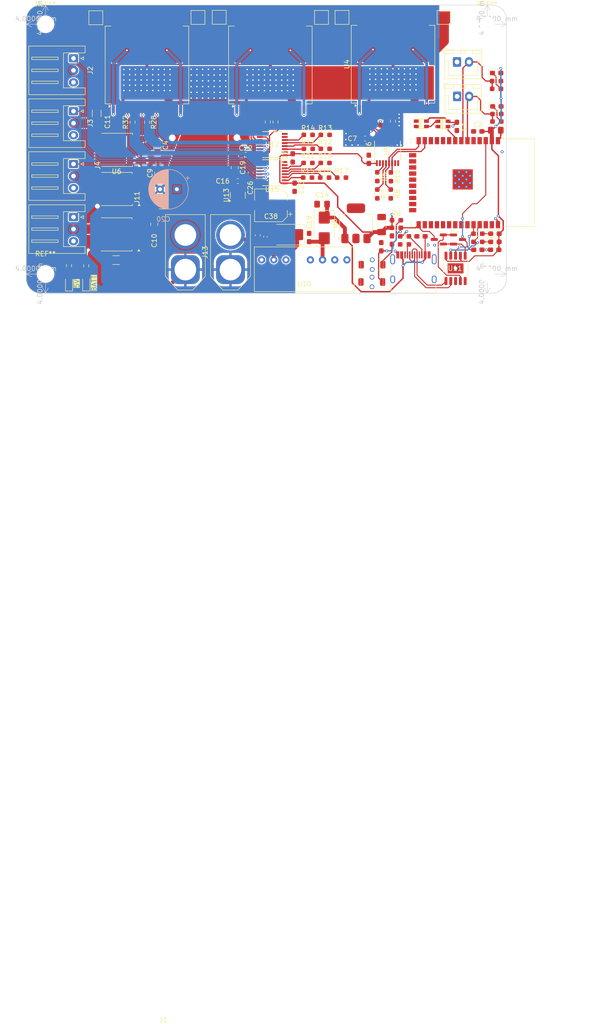
<source format=kicad_pcb>
(kicad_pcb (version 20240108) (generator "pcbnew") (generator_version "8.0")
  (layers (0 "F.Cu" signal) (1 "In1.Cu" signal) (2 "In2.Cu" signal) (31 "B.Cu" signal) (34 "B.Paste" user) (35 "F.Paste" user) (36 "B.SilkS" user "B.Silkscreen") (37 "F.SilkS" user "F.Silkscreen") (38 "B.Mask" user) (39 "F.Mask" user) (44 "Edge.Cuts" user))
  (net 0 "")
  (net 1 "GNDD")
  (net 2 "+5V")
  (net 3 "+3.3V")
  (net 4 "EN")
  (net 5 "BOOT")
  (net 6 "+5VA")
  (net 7 "pwm_1")
  (net 8 "pwm_2")
  (net 9 "pwm_3")
  (net 10 "pwm_4")
  (net 11 "pwm_5")
  (net 12 "pwm_6")
  (net 13 "pwm_7")
  (net 14 "pwm_8")
  (net 15 "TXD")
  (net 16 "RXD")
  (net 17 "SERVO_1")
  (net 18 "SERVO_2")
  (net 19 "GNDA")
  (net 20 "limit_1")
  (net 21 "limit_2")
  (net 22 "Net-(RGB1-DOUT)")
  (net 23 "+BATT")
  (net 24 "IO32_WS2812")
  (net 36 "I²C_SDA_IO19")
  (net 37 "I²C_SCL_IO18")
  (net 38 "Net-(D1-K)")
  (net 39 "Net-(D2-K)")
  (net 40 "Net-(D15-A)")
  (net 41 "RGB_OUTPUT_VCC")
  (net 44 "Net-(D20-A)")
  (net 45 "VCC")
  (net 46 "GND")
  (net 47 "USBD-")
  (net 51 "Net-(J1-CC2)")
  (net 52 "Net-(J1-CC1)")
  (net 53 "USBD+")
  (net 57 "DTR")
  (net 58 "RTS")
  (net 60 "Net-(D22-K)")
  (net 61 "Net-(D23-K)")
  (net 63 "IO25_WS2812")
  (net 64 "SERVO_3")
  (net 65 "pwm_9")
  (net 66 "Net-(U4-CS)")
  (net 67 "Net-(U14-CS)")
  (net 68 "Net-(U18-CS)")
  (net 69 "Net-(U4-CS_DIS)")
  (net 70 "Net-(U14-CS_DIS)")
  (net 71 "Net-(U18-CS_DIS)")
  (net 72 "servo2")
  (net 73 "servo1")
  (net 74 "servo3")
  (net 83 "Net-(U12-B1)")
  (net 98 "Net-(D17-K)")
  (net 102 "Net-(TP1-Pad1)")
  (net 103 "Net-(TP2-Pad1)")
  (net 104 "Net-(TP3-Pad1)")
  (net 105 "Net-(TP4-Pad1)")
  (net 106 "Net-(TP5-Pad1)")
  (net 107 "Net-(TP6-Pad1)")
  (net 108 "Net-(U12-B2)")
  (net 109 "Net-(U12-B3)")
  (net 110 "Net-(U12-B4)")
  (net 111 "Net-(U14-INB)")
  (net 112 "Net-(U4-INA)")
  (net 113 "Net-(U4-PWM)")
  (net 114 "Net-(U4-INB)")
  (net 115 "+5F")
  (net 116 "GNDPWR")
  (net 117 "+5C")
  (net 118 "Net-(D13-A)")
  (net 120 "Net-(U15-B5)")
  (net 121 "Vdrive")
  (net 122 "Net-(U13-GND)")
  (footprint "Capacitor_SMD:C_0402_1005Metric_Pad0.74x0.62mm_HandSolder" (layer "F.Cu") (at 99.8 98.225 90)
    (property "Reference" "C40" (hide yes))
    (property "Value" "0.1u")
  )
  (footprint "Capacitor_SMD:C_1206_3216Metric_Pad1.33x1.80mm_HandSolder" (layer "F.Cu") (at 64.65 72.55 90)
    (property "Reference" "C11")
    (property "Value" "22u")
  )
  (footprint "LED_SMD:LED_0603_1608Metric_Pad1.05x0.95mm_HandSolder" (layer "F.Cu") (at 148 71.1)
    (property "Reference" "D2" (hide yes))
    (property "Value" "LED")
  )
  (footprint "Capacitor_SMD:C_0603_1608Metric_Pad1.08x0.95mm_HandSolder" (layer "F.Cu") (at 94.05 86.65)
    (property "Reference" "C16")
    (property "Value" "1u")
  )
  (footprint "0-Myparts:TVAF06" (layer "F.Cu") (at 122 107.65 90)
    (property "Reference" "SW3" (hide yes))
    (property "Value" "SW_Push")
  )
  (footprint "Resistor_SMD:R_0603_1608Metric_Pad0.98x0.95mm_HandSolder" (layer "F.Cu") (at 58.9 104.25 -90)
    (property "Reference" "R20" (hide yes))
    (property "Value" "1k")
  )
  (footprint "Resistor_SMD:R_0603_1608Metric_Pad0.98x0.95mm_HandSolder" (layer "F.Cu") (at 125.9 89.325 -90)
    (property "Reference" "R8")
    (property "Value" "1K")
  )
  (footprint "Connector_JST:JST_XH_S3B-XH-A_1x03_P2.50mm_Horizontal" (layer "F.Cu") (at 59.825 94.15 -90)
    (property "Reference" "J11")
    (property "Value" "Conn_01x03")
  )
  (footprint "Package_TO_SOT_SMD:TO-252-2" (layer "F.Cu") (at 68.81 80.1475 180)
    (property "Reference" "U6")
    (property "Value" "AZ1084-5.0")
  )
  (footprint "Package_TO_SOT_SMD:SOT-23" (layer "F.Cu") (at 139.8975 98.812)
    (property "Reference" "Q4" (hide yes))
    (property "Value" "BSS138")
  )
  (footprint "Resistor_SMD:R_0603_1608Metric_Pad0.98x0.95mm_HandSolder" (layer "F.Cu") (at 112.25 79.925)
    (property "Reference" "R12")
    (property "Value" "1K")
  )
  (footprint "Resistor_SMD:R_0603_1608Metric_Pad0.98x0.95mm_HandSolder" (layer "F.Cu") (at 123.1 89.325 -90)
    (property "Reference" "R7")
    (property "Value" "1K")
  )
  (footprint "Capacitor_SMD:C_1206_3216Metric_Pad1.33x1.80mm_HandSolder" (layer "F.Cu") (at 124 95.7 90)
    (property "Reference" "C15" (hide yes))
    (property "Value" "22u")
  )
  (footprint "Resistor_SMD:R_0603_1608Metric_Pad0.98x0.95mm_HandSolder" (layer "F.Cu") (at 148 72.675 180)
    (property "Reference" "R3" (hide yes))
    (property "Value" "22K")
  )
  (footprint "Capacitor_SMD:C_0603_1608Metric_Pad1.08x0.95mm_HandSolder" (layer "F.Cu") (at 139.675 75.2625 -90)
    (property "Reference" "C1")
    (property "Value" "0.1u")
  )
  (footprint "Connector_AMASS:AMASS_XT60-M_1x02_P7.20mm_Vertical" (layer "F.Cu") (at 83.125 105.075 90)
    (property "Reference" "J14" (hide yes))
    (property "Value" "Conn_01x02")
  )
  (footprint "Capacitor_SMD:C_0805_2012Metric_Pad1.18x1.45mm_HandSolder" (layer "F.Cu") (at 77.45 85 90)
    (property "Reference" "C9")
    (property "Value" "10u")
  )
  (footprint "Connector_JST:JST_XH_S3B-XH-A_1x03_P2.50mm_Horizontal" (layer "F.Cu") (at 59.825 83.1 -90)
    (property "Reference" "J4")
    (property "Value" "Conn_01x03")
  )
  (footprint "Resistor_SMD:R_0603_1608Metric_Pad0.98x0.95mm_HandSolder" (layer "F.Cu") (at 125.925 85.75 -90)
    (property "Reference" "R10")
    (property "Value" "1K")
  )
  (footprint "Resistor_SMD:R_0603_1608Metric_Pad0.98x0.95mm_HandSolder" (layer "F.Cu") (at 127.075 96.375)
    (property "Reference" "R18" (hide yes))
    (property "Value" "10k")
  )
  (footprint "Capacitor_SMD:C_0603_1608Metric_Pad1.08x0.95mm_HandSolder" (layer "F.Cu") (at 121.325 82.1125 90)
    (property "Reference" "C6")
    (property "Value" "0.1u")
  )
  (footprint "Resistor_SMD:R_0603_1608Metric_Pad0.98x0.95mm_HandSolder" (layer "F.Cu") (at 148 74.25 180)
    (property "Reference" "R4" (hide yes))
    (property "Value" "1k")
  )
  (footprint "Resistor_SMD:R_0603_1608Metric_Pad0.98x0.95mm_HandSolder" (layer "F.Cu") (at 72.125 74.4 90)
    (property "Reference" "R32")
    (property "Value" "1K")
  )
  (footprint "TestPoint:TestPoint_Pad_2.5x2.5mm" (layer "F.Cu") (at 111.475 52.575)
    (property "Reference" "TP4" (hide yes))
    (property "Value" "TestPoint_Flag")
  )
  (footprint "Resistor_SMD:R_0603_1608Metric_Pad0.98x0.95mm_HandSolder" (layer "F.Cu") (at 108.575 85.925)
    (property "Reference" "R15")
    (property "Value" "1K")
  )
  (footprint "Resistor_SMD:R_0603_1608Metric_Pad0.98x0.95mm_HandSolder" (layer "F.Cu") (at 147.925 65.825 180)
    (property "Reference" "R1" (hide yes))
    (property "Value" "22K")
  )
  (footprint "Package_TO_SOT_SMD:SOT-23" (layer "F.Cu") (at 94.05 89.6 90)
    (property "Reference" "U13")
    (property "Value" "AP7375-33SA-7")
  )
  (footprint "Capacitor_SMD:C_0603_1608Metric_Pad1.08x0.95mm_HandSolder" (layer "F.Cu") (at 132.2 98.15 180)
    (property "Reference" "C35" (hide yes))
    (property "Value" "0.1u")
  )
  (footprint "Resistor_SMD:R_0603_1608Metric_Pad0.98x0.95mm_HandSolder" (layer "F.Cu") (at 101.9 74.35 90)
    (property "Reference" "R31" (hide yes))
    (property "Value" "1K")
  )
  (footprint "Resistor_SMD:R_0603_1608Metric_Pad0.98x0.95mm_HandSolder" (layer "F.Cu") (at 128.775 99.825 180)
    (property "Reference" "R57" (hide yes))
    (property "Value" "4.7k")
  )
  (footprint "Package_SO:SSOP-10-1EP_3.9x4.9mm_P1mm_EP2.1x3.3mm" (layer "F.Cu") (at 139.4 104.82 90)
    (property "Reference" "U11")
    (property "Value" "CH340K")
  )
  (footprint "Resistor_SMD:R_0603_1608Metric_Pad0.98x0.95mm_HandSolder" (layer "F.Cu") (at 126.35 74.175 -90)
    (property "Reference" "R9" (hide yes))
    (property "Value" "1K")
  )
  (footprint "Resistor_SMD:R_0603_1608Metric_Pad0.98x0.95mm_HandSolder" (layer "F.Cu") (at 123.1 85.725 -90)
    (property "Reference" "R5")
    (property "Value" "1K")
  )
  (footprint "Diode_SMD:D_SMB" (layer "F.Cu") (at 112.05 96.4 -90)
    (property "Reference" "D13" (hide yes))
    (property "Value" "SR54F")
  )
  (footprint "RF_Module:ESP32-WROOM-32" (layer "F.Cu") (at 139.975 86.982 -90)
    (property "Reference" "U2" (hide yes))
    (property "Value" "ESP32-WROOM-32D")
  )
  (footprint "Package_TO_SOT_SMD:TO-252-2" (layer "F.Cu") (at 68.76 88.2975 180)
    (property "Reference" "U9" (hide yes))
    (property "Value" "AZ1084-5.0")
  )
  (footprint "Diode_SMD:D_SMB" (layer "F.Cu") (at 104.25 97.8 180)
    (property "Reference" "D17" (hide yes))
    (property "Value" "SR54F")
  )
  (footprint "TestPoint:TestPoint_Pad_2.5x2.5mm" (layer "F.Cu") (at 64.475 52.65)
    (property "Reference" "TP5" (hide yes))
    (property "Value" "TestPoint_Flag")
  )
  (footprint "Capacitor_SMD:C_0603_1608Metric_Pad1.08x0.95mm_HandSolder" (layer "F.Cu") (at 95.6875 81.175 180)
    (property "Reference" "C22")
    (property "Value" "0.1u")
  )
  (footprint "Capacitor_SMD:C_1206_3216Metric_Pad1.33x1.80mm_HandSolder" (layer "F.Cu") (at 68.7 103.1)
    (property "Reference" "C13" (hide yes))
    (property "Value" "22u")
  )
  (footprint "Capacitor_SMD:C_0805_2012Metric_Pad1.18x1.45mm_HandSolder" (layer "F.Cu") (at 93.4 83.85 -90)
    (property "Reference" "C19")
    (property "Value" "10u")
  )
  (footprint "Capacitor_SMD:CP_Elec_6.3x5.9" (layer "F.Cu") (at 100.95 91.7 180)
    (property "Reference" "C38")
    (property "Value" "47uf")
  )
  (footprint "Resistor_SMD:R_0603_1608Metric_Pad0.98x0.95mm_HandSolder" (layer "F.Cu") (at 112.225 82.875)
    (property "Reference" "R19")
    (property "Value" "1K")
  )
  (footprint "LED_SMD:LED_0603_1608Metric_Pad1.05x0.95mm_HandSolder" (layer "F.Cu") (at 147.6 99.3)
    (property "Reference" "D22" (hide yes))
    (property "Value" "LED")
  )
  (footprint "MountingHole:MountingHole_3.2mm_M3" (layer "F.Cu") (at 54 54)
    (property "Reference" "REF**")
    (property "Value" "MountingHole_3.2mm_M3")
  )
  (footprint "Package_SO:SSOP-16_3.9x4.9mm_P0.635mm" (layer "F.Cu") (at 101.225 79.05 180)
    (property "Reference" "U12")
    (property "Value" "Si8640BB-B-IS1")
  )
  (footprint "Resistor_SMD:R_0603_1608Metric_Pad0.98x0.95mm_HandSolder" (layer "F.Cu") (at 108.6625 82.875)
    (property "Reference" "R21")
    (property "Value" "1K")
  )
  (footprint "Capacitor_SMD:C_1206_3216Metric_Pad1.33x1.80mm_HandSolder" (layer "F.Cu") (at 78.35 91.55)
    (property "Reference" "C12")
    (property "Value" "22u")
  )
  (footprint "Capacitor_SMD:C_0603_1608Metric_Pad1.08x0.95mm_HandSolder" (layer "F.Cu") (at 98.2 97.95 90)
    (property "Reference" "C39" (hide yes))
    (property "Value" "10uf")
  )
  (footprint "TestPoint:TestPoint_Pad_2.5x2.5mm" (layer "F.Cu") (at 85.75 52.575)
    (property "Reference" "TP6" (hide yes))
    (property "Value" "TestPoint_Flag")
  )
  (footprint "Connector_JST:JST_XH_B2B-XH-A_1x02_P2.50mm_Vertical" (layer "F.Cu") (at 139.725 69.025)
    (property "Reference" "U3" (hide yes))
    (property "Value" "xh2pin")
  )
  (footprint "Resistor_SMD:R_0603_1608Metric_Pad0.98x0.95mm_HandSolder" (layer "F.Cu") (at 108.725 79.925)
    (property "Reference" "R11")
    (property "Value" "1K")
  )
  (footprint "TestPoint:TestPoint_Pad_2.5x2.5mm" (layer "F.Cu") (at 90.175 52.55)
    (property "Reference" "TP3" (hide yes))
    (property "Value" "TestPoint_Flag")
  )
  (footprint "Resistor_SMD:R_0603_1608Metric_Pad0.98x0.95mm_HandSolder" (layer "F.Cu") (at 144.05 97.6 180)
    (property "Reference" "R59" (hide yes))
    (property "Value" "1k")
  )
  (footprint "Package_TO_SOT_SMD:SOT-23" (layer "F.Cu") (at 135.8975 98.8 180)
    (property "Reference" "Q5" (hide yes))
    (property "Value" "BSS138")
  )
  (footprint "Diode_SMD:D_0603_1608Metric_Pad1.05x0.95mm_HandSolder" (layer "F.Cu") (at 58.9 107.875 90)
    (property "Reference" "D15" (hide yes))
    (property "Value" "D")
  )
  (footprint "Resistor_SMD:R_0603_1608Metric_Pad0.98x0.95mm_HandSolder" (layer "F.Cu") (at 100.3 74.35 -90)
    (property "Reference" "R27" (hide yes))
    (property "Value" "1K")
  )
  (footprint "0_kicadlib:MCWI05-12S05" (layer "F.Cu") (at 107.89 106.37)
    (property "Reference" "U10")
    (property "Value" "MCWI05-12S05")
  )
  (footprint "LED_SMD:LED_0603_1608Metric_Pad1.05x0.95mm_HandSolder" (layer "F.Cu") (at 147.95 64.15)
    (property "Reference" "D1" (hide yes))
    (property "Value" "LED")
  )
  (footprint "TestPoint:TestPoint_Pad_2.5x2.5mm" (layer "F.Cu") (at 115.75 52.575)
    (property "Reference" "TP1" (hide yes))
    (property "Value" "TestPoint_Flag")
  )
  (footprint "Resistor_SMD:R_0603_1608Metric_Pad0.98x0.95mm_HandSolder" (layer "F.Cu") (at 112.25 77.025)
    (property "Reference" "R13")
    (property "Value" "1K")
  )
  (footprint "Capacitor_SMD:C_0603_1608Metric_Pad1.08x0.95mm_HandSolder" (layer "F.Cu") (at 144.025 76.307 180)
    (property "Reference" "C2")
    (property "Value" "0.1u")
  )
  (footprint "0_kicadlib:WS2812C-2020" (layer "F.Cu") (at 132.275 74.725 180)
    (property "Reference" "RGB2" (hide yes))
    (property "Value" "~")
  )
  (footprint "Diode_SMD:D_0603_1608Metric_Pad1.05x0.95mm_HandSolder" (layer "F.Cu") (at 62.475 107.85 90)
    (property "Reference" "D20" (hide yes))
    (property "Value" "D")
  )
  (footprint "Connector_USB:USB_C_Receptacle_HRO_TYPE-C-31-M-12" (layer "F.Cu") (at 130.625 106.06)
    (property "Reference" "J1")
    (property "Value" "USB_C_Receptacle_USB2.0")
  )
  (footprint "Capacitor_SMD:C_0603_1608Metric_Pad1.08x0.95mm_HandSolder" (layer "F.Cu") (at 105.475 81.825 -90)
    (property "Reference" "C17")
    (property "Value" "0.1u")
  )
  (footprint "Capacitor_SMD:C_0603_1608Metric_Pad1.08x0.95mm_HandSolder" (layer "F.Cu") (at 108.9 98.4 90)
    (property "Reference" "C18")
    (property "Value" "10uf")
  )
  (footprint "Package_SO:ST_MultiPowerSO-30" (layer "F.Cu") (at 126.375 62.325 90)
    (property "Reference" "U4")
    (property "Value" "VNH5019A-E")
  )
  (footprint "Capacitor_SMD:C_0603_1608Metric_Pad1.08x0.95mm_HandSolder" (layer "F.Cu") (at 147.55 100.95 180)
    (property "Reference" "C21" (hide yes))
    (property "Value" "0.1u")
  )
  (footprint "Package_SO:ST_MultiPowerSO-30" (layer "F.Cu") (at 100.825 62.475 90)
    (property "Reference" "U14" (hide yes))
    (property "Value" "VNH5019A-E")
  )
  (footprint "0_kicadlib:WS2812C-2020" (layer "F.Cu") (at 136.775 74.75 180)
    (property "Reference" "RGB1" (hide yes))
    (property "Value" "~")
  )
  (footprint "Package_SO:ST_MultiPowerSO-30" (layer "F.Cu") (at 75.125 62.475 90)
    (property "Reference" "U18" (hide yes))
    (property "Value" "VNH5019A-E")
  )
  (footprint "Resistor_SMD:R_0603_1608Metric_Pad0.98x0.95mm_HandSolder" (layer "F.Cu") (at 144.05 99.3 180)
    (property "Reference" "R58" (hide yes))
    (property "Value" "1k")
  )
  (footprint "Capacitor_SMD:C_0603_1608Metric_Pad1.08x0.95mm_HandSolder" (layer "F.Cu") (at 144.05 100.95)
    (property "Reference" "C36" (hide yes))
    (property "Value" "0.1u")
  )
  (footprint "Capacitor_SMD:C_0603_1608Metric_Pad1.08x0.95mm_HandSolder" (layer "F.Cu") (at 120.55 77.8 180)
    (property "Reference" "C7")
    (property "Value" "0.1u")
  )
  (footprint "TestPoint:TestPoint_Pad_2.5x2.5mm" (layer "F.Cu") (at 137 52.575)
    (property "Reference" "TP2" (hide yes))
    (property "Value" "TestPoint_Flag")
  )
  (footprint "Connector_JST:JST_XH_S3B-XH-A_1x03_P2.50mm_Horizontal" (layer "F.Cu") (at 59.825 72.1 -90)
    (property "Reference" "J3")
    (property "Value" "Conn_01x03")
  )
  (footprint "Capacitor_SMD:C_0805_2012Metric_Pad1.18x1.45mm_HandSolder" (layer "F.Cu") (at 147.775 76.057)
    (property "Reference" "C3" (hide yes))
    (property "Value" "22u")
  )
  (footprint "Capacitor_SMD:C_0603_1608Metric_Pad1.08x0.95mm_HandSolder" (layer "F.Cu") (at 126.15 98.925 90)
    (property "Reference" "C5" (hide yes))
    (property "Value" "0.1u")
  )
  (footprint "Connector_JST:JST_XH_S3B-XH-A_1x03_P2.50mm_Horizontal" (layer "F.Cu") (at 59.825 61.1 -90)
    (property "Reference" "J2")
    (property "Value" "Conn_01x03")
  )
  (footprint "Resistor_SMD:R_0603_1608Metric_Pad0.98x0.95mm_HandSolder" (layer "F.Cu") (at 127.075 94.8)
    (property "Reference" "R6")
    (property "Value" "10k")
  )
  (footprint "Capacitor_SMD:C_0805_2012Metric_Pad1.18x1.45mm_HandSolder" (layer "F.Cu") (at 111.6 91.45 180)
    (property "Reference" "C14")
    (property "Value" "10u")
  )
  (footprint "Resistor_SMD:R_0603_1608Metric_Pad0.98x0.95mm_HandSolder" (layer "F.Cu") (at 75.125 74.4 -90)
    (property "Reference" "R28")
    (property "Value" "1K")
  )
  (footprint "Resistor_SMD:R_0603_1608Metric_Pad0.98x0.95mm_HandSolder" (layer "F.Cu") (at 115.65 85.925)
    (property "Reference" "R17")
    (property "Value" "1K")
  )
  (footprint "Package_TO_SOT_SMD:TO-252-2" (layer "F.Cu") (at 68.7 97.75 180)
    (property "Reference" "U7" (hide yes))
    (property "Value" "AZ1084-5.0")
  )
  (footprint "Capacitor_SMD:C_0603_1608Metric_Pad1.08x0.95mm_HandSolder" (layer "F.Cu") (at 96.75 84.9 90)
    (property "Reference" "C26")
    (property "Value" "0.1u")
  )
  (footprint "Resistor_SMD:R_0603_1608Metric_Pad0.98x0.95mm_HandSolder" (layer "F.Cu") (at 123.775 74.125 90)
    (property "Reference" "R30" (hide yes))
    (property "Value" "1K")
  )
  (footprint "Connector_JST:JST_XH_B2B-XH-A_1x02_P2.50mm_Vertical" (layer "F.Cu") (at 139.7 61.85)
    (property "Reference" "U1" (hide yes))
    (property "Value" "xh2pin")
  )
  (footprint "Resistor_SMD:R_0603_1608Metric_Pad0.98x0.95mm_HandSolder" (layer "F.Cu") (at 147.925 67.45 180)
    (property "Reference" "R2" (hide yes))
    (property "Value" "1k")
  )
  (footprint "LED_SMD:LED_0603_1608Metric_Pad1.05x0.95mm_HandSolder" (layer "F.Cu") (at 147.6 97.6)
    (property "Reference" "D23" (hide yes))
    (property "Value" "LED")
  )
  (footprint "Resistor_SMD:R_0603_1608Metric_Pad0.98x0.95mm_HandSolder" (layer "F.Cu") (at 108.7 77.025)
    (property "Reference" "R14")
    (property "Value" "1K")
  )
  (footprint "MountingHole:MountingHole_3.2mm_M3" (layer "F.Cu") (at 146 54)
    (property "Reference" "REF**")
    (property "Value" "MountingHole_3.2mm_M3")
  )
  (footprint "MountingHole:MountingHole_3.2mm_M3" (layer "F.Cu") (at 54 106)
    (property "Reference" "REF**")
    (property "Value" "MountingHole_3.2mm_M3")
  )
  (footprint "MountingHole:MountingHole_3.2mm_M3" (layer "F.Cu") (at 146 106.1)
    (property "Reference" "REF**" (hide yes))
    (property "Value" "MountingHole_3.2mm_M3")
  )
  (footprint "Package_TO_SOT_SMD:SOT-223-3_TabPin2" (layer "F.Cu") (at 118.65 95.45 90)
    (property "Reference" "U8")
    (property "Value" "LT1963AxST-3.3")
  )
  (footprint "Package_SO:SSOP-16_3.9x4.9mm_P0.635mm" (layer "F.Cu") (at 125.225 80.3125 90)
    (property "Reference" "U5")
    (property "Value" "Si8640BB-B-IS1")
  )
  (footprint "Resistor_SMD:R_0603_1608Metric_Pad0.98x0.95mm_HandSolder" (layer "F.Cu") (at 128.775 98.15 180)
    (property "Reference" "R56" (hide yes))
    (property "Value" "4.7k")
  )
  (footprint "Capacitor_SMD:C_0603_1608Metric_Pad1.08x0.95mm_HandSolder" (layer "F.Cu") (at 105.875 87.9325 -90)
    (property "Reference" "C23")
    (property "Value" "0.1u")
  )
  (footprint "0-Myparts:TVAF06" (layer "F.Cu") (at 122.05 104.05 90)
    (property "Reference" "SW1" (hide yes))
    (property "Value" "SW_Push")
  )
  (footprint "Connector_AMASS:AMASS_XT60-M_1x02_P7.20mm_Vertical" (layer "F.Cu") (at 92.525 105.075 90)
    (property "Reference" "J13")
    (property "Value" "Conn_01x02")
  )
  (footprint "Resistor_SMD:R_0603_1608Metric_Pad0.98x0.95mm_HandSolder" (layer "F.Cu") (at 112.125 85.925)
    (property "Reference" "R16")
    (property "Value" "1K")
  )
  (footprint "Resistor_SMD:R_0603_1608Metric_Pad0.98x0.95mm_HandSolder" (layer "F.Cu") (at 62.475 104.3 -90)
    (property "Reference" "R44" (hide yes))
    (property "Value" "1k")
  )
  (footprint "Capacitor_SMD:C_0603_1608Metric_Pad1.08x0.95mm_HandSolder" (layer "F.Cu") (at 123.925 100.3125 90)
    (property "Reference" "C8" (hide yes))
    (property "Value" "0.1u")
  )
  (footprint "Capacitor_SMD:C_0805_2012Metric_Pad1.18x1.45mm_HandSolder" (layer "F.Cu") (at 76.65 95.65 -90)
    (property "Reference" "C10")
    (property "Value" "10u")
  )
  (footprint "Capacitor_SMD:C_0805_2012Metric_Pad1.18x1.45mm_HandSolder" (layer "F.Cu") (at 77.3 79.7 90)
    (property "Reference" "C4")
    (property "Value" "10u")
  )
  (footprint "Package_SO:SSOP-16_3.9x4.9mm_P0.635mm" (layer "F.Cu") (at 101.2 84.9 180)
    (property "Reference" "U15")
    (property "Value" "~")
  )
  (footprint "Capacitor_THT:CP_Radial_D8.0mm_P3.50mm" (layer "B.Cu") (at 81.35 88.35 180)
    (property "Reference" "C20")
    (property "Value" "330u")
  )
  (gr_line (start 147 110) (end 53 110) (stroke (width 0.1)) (layer "Edge.Cuts"))
  (gr_arc (start 147 50) (mid 149.12132 50.87868) (end 150 53) (stroke (width 0.1)) (layer "Edge.Cuts"))
  (gr_line (start 150 53) (end 150 107) (stroke (width 0.1)) (layer "Edge.Cuts"))
  (gr_line (start 50 107) (end 50 53) (stroke (width 0.1)) (layer "Edge.Cuts"))
  (gr_arc (start 150 107) (mid 149.12132 109.12132) (end 147 110) (stroke (width 0.1)) (layer "Edge.Cuts"))
  (gr_line (start 53 50) (end 147 50) (stroke (width 0.1)) (layer "Edge.Cuts"))
  (gr_arc (start 50 53) (mid 50.87868 50.87868) (end 53 50) (stroke (width 0.1)) (layer "Edge.Cuts"))
  (gr_arc (start 53 110) (mid 50.87868 109.12132) (end 50 107) (stroke (width 0.1)) (layer "Edge.Cuts"))
  (gr_text "BATT" (at 64.7 109.675 90) (layer "F.SilkS" knockout) (effects (font (size 1 1) (thickness 0.1)) (justify left bottom)))
  (gr_text "5V" (at 61.1 108.975 90) (layer "F.SilkS" knockout) (effects (font (size 1 1) (thickness 0.1)) (justify left bottom)))
  (dimension (type aligned) (layer "Edge.Cuts") (pts (xy 146 50) (xy 146 54)) (height 0) (gr_text "4.0000 mm" (at 144.85 52 90) (layer "Edge.Cuts") (effects (font (size 1 1) (thickness 0.15)))) (format (prefix "") (suffix "") (units 3) (units_format 1) (precision 4)) (style (thickness 0.1) (arrow_length 1.27) (text_position_mode 0) (extension_height 0.58642) (extension_offset 0.5) keep_text_aligned))
  (dimension (type aligned) (layer "Edge.Cuts") (pts (xy 54 110) (xy 54 106)) (height 0) (gr_text "4.0000 mm" (at 52.85 108 90) (layer "Edge.Cuts") (effects (font (size 1 1) (thickness 0.15)))) (format (prefix "") (suffix "") (units 3) (units_format 1) (precision 4)) (style (thickness 0.1) (arrow_length 1.27) (text_position_mode 0) (extension_height 0.58642) (extension_offset 0.5) keep_text_aligned))
  (dimension (type aligned) (layer "Edge.Cuts") (pts (xy 50 106) (xy 54 106)) (height 0) (gr_text "4.0000 mm" (at 52 104.85 0) (layer "Edge.Cuts") (effects (font (size 1 1) (thickness 0.15)))) (format (prefix "") (suffix "") (units 3) (units_format 1) (precision 4)) (style (thickness 0.1) (arrow_length 1.27) (text_position_mode 0) (extension_height 0.58642) (extension_offset 0.5) keep_text_aligned))
  (dimension (type aligned) (layer "Edge.Cuts") (pts (xy 146 110) (xy 146 106)) (height 0) (gr_text "4.0000 mm" (at 144.85 108 90) (layer "Edge.Cuts") (effects (font (size 1 1) (thickness 0.15)))) (format (prefix "") (suffix "") (units 3) (units_format 1) (precision 4)) (style (thickness 0.1) (arrow_length 1.27) (text_position_mode 0) (extension_height 0.58642) (extension_offset 0.5) keep_text_aligned))
  (dimension (type aligned) (layer "Edge.Cuts") (pts (xy 54 50) (xy 54 54)) (height 0) (gr_text "4.0000 mm" (at 52.85 52 90) (layer "Edge.Cuts") (effects (font (size 1 1) (thickness 0.15)))) (format (prefix "") (suffix "") (units 3) (units_format 1) (precision 4)) (style (thickness 0.1) (arrow_length 1.27) (text_position_mode 0) (extension_height 0.58642) (extension_offset 0.5) keep_text_aligned))
  (dimension (type aligned) (layer "Edge.Cuts") (pts (xy 150 54) (xy 146 54)) (height 0) (gr_text "4.0000 mm" (at 148 52.85 0) (layer "Edge.Cuts") (effects (font (size 1 1) (thickness 0.15)))) (format (prefix "") (suffix "") (units 3) (units_format 1) (precision 4)) (style (thickness 0.1) (arrow_length 1.27) (text_position_mode 0) (extension_height 0.58642) (extension_offset 0.5) keep_text_aligned))
  (dimension (type aligned) (layer "Edge.Cuts") (pts (xy 150 106) (xy 146 106)) (height 0) (gr_text "4.0000 mm" (at 148 104.85 0) (layer "Edge.Cuts") (effects (font (size 1 1) (thickness 0.15)))) (format (prefix "") (suffix "") (units 3) (units_format 1) (precision 4)) (style (thickness 0.1) (arrow_length 1.27) (text_position_mode 0) (extension_height 0.58642) (extension_offset 0.5) keep_text_aligned))
  (dimension (type aligned) (layer "Edge.Cuts") (pts (xy 50 54) (xy 54 54)) (height 0) (gr_text "4.0000 mm" (at 52 52.85 0) (layer "Edge.Cuts") (effects (font (size 1 1) (thickness 0.15)))) (format (prefix "") (suffix "") (units 3) (units_format 1) (precision 4)) (style (thickness 0.1) (arrow_length 1.27) (text_position_mode 0) (extension_height 0.58642) (extension_offset 0.5) keep_text_aligned))
  (segment (start 127.375 101.75) (end 126.825 101.2) (width 0.3) (layer "F.Cu") (net 1))
  (segment (start 128.2 98.15) (end 129.225 97.125) (width 0.3) (layer "F.Cu") (net 1))
  (segment (start 148.8125 76.057) (end 148.8125 77.6445) (width 0.3) (layer "F.Cu") (net 1))
  (segment (start 148.225 94.975) (end 147.725 94.475) (width 0.3) (layer "F.Cu") (net 1))
  (segment (start 148.8125 77.6445) (end 148.225 78.232) (width 0.3) (layer "F.Cu") (net 1))
  (segment (start 148.225 95.732) (end 148.225 94.975) (width 0.3) (layer "F.Cu") (net 1))
  (via (at 149.1 80.55) (size 0.6) (drill 0.3) (layers "F.Cu" "B.Cu") (net 1))
  (via (at 129.225 97.125) (size 0.6) (drill 0.3) (layers "F.Cu" "B.Cu") (net 1))
  (via (at 145.825 100.95) (size 0.6) (drill 0.3) (layers "F.Cu" "B.Cu") (net 1))
  (via (at 126.825 101.2) (size 0.6) (drill 0.3) (layers "F.Cu" "B.Cu") (net 1))
  (via (at 139.4 104.82) (size 1) (drill 0.7) (layers "F.Cu" "B.Cu") (net 1))
  (via (at 135.05 99.975) (size 0.6) (drill 0.3) (layers "F.Cu" "B.Cu") (net 1))
  (via (at 147.725 94.475) (size 0.6) (drill 0.3) (layers "F.Cu" "B.Cu") (net 1))
  (via (at 133.675 99.95) (size 0.6) (drill 0.3) (layers "F.Cu" "B.Cu") (net 1))
  (segment (start 133.075 102.015) (end 133.075 102.874695) (width 0.3) (layer "F.Cu") (net 2))
  (segment (start 119.725 109.675) (end 125.65 109.675) (width 0.3) (layer "F.Cu") (net 2))
  (segment (start 137.14 73.5) (end 137.84 74.2) (width 0.3) (layer "F.Cu") (net 2))
  (segment (start 117.892 107.842) (end 117.892 100.142) (width 0.3) (layer "F.Cu") (net 2))
  (segment (start 117.892 107.842) (end 119.725 109.675) (width 0.3) (layer "F.Cu") (net 2))
  (segment (start 133.075 101.175) (end 133.0625 101.1625) (width 0.2) (layer "F.Cu") (net 2))
  (segment (start 133.34 74.175) (end 134.015 73.5) (width 0.3) (layer "F.Cu") (net 2))
  (segment (start 112.6375 91.45) (end 112.6375 93.6625) (width 0.8) (layer "F.Cu") (net 2))
  (segment (start 112.6375 93.6625) (end 112.05 94.25) (width 0.8) (layer "F.Cu") (net 2))
  (segment (start 125.65 109.675) (end 128.46 106.865) (width 0.3) (layer "F.Cu") (net 2))
  (segment (start 133.075 102.874695) (end 132.475 103.474695) (width 0.3) (layer "F.Cu") (net 2))
  (segment (start 128.175 102.725) (end 128.175 102.015) (width 0.3) (layer "F.Cu") (net 2))
  (segment (start 117.892 100.142) (end 116.35 98.6) (width 0.3) (layer "F.Cu") (net 2))
  (segment (start 114.15 94.25) (end 116.35 96.45) (width 0.8) (layer "F.Cu") (net 2))
  (segment (start 128.46 106.865) (end 128.46 103.01) (width 0.3) (layer "F.Cu") (net 2))
  (segment (start 112.05 94.25) (end 114.15 94.25) (width 0.8) (layer "F.Cu") (net 2))
  (segment (start 134.015 73.5) (end 137.14 73.5) (width 0.3) (layer "F.Cu") (net 2))
  (segment (start 133.0625 101.1625) (end 133.0625 98.15) (width 0.2) (layer "F.Cu") (net 2))
  (segment (start 128.46 103.01) (end 128.175 102.725) (width 0.3) (layer "F.Cu") (net 2))
  (segment (start 133.075 102.015) (end 133.075 101.175) (width 0.2) (layer "F.Cu") (net 2))
  (segment (start 139.75 74.4375) (end 138.0775 74.4375) (width 0.25) (layer "F.Cu") (net 2))
  (segment (start 138.0775 74.4375) (end 137.84 74.2) (width 0.25) (layer "F.Cu") (net 2))
  (segment (start 116.35 96.45) (end 116.35 98.6) (width 0.8) (layer "F.Cu") (net 2))
  (segment (start 139.640002 74.4) (end 138.840002 75.2) (width 0.3) (layer "F.Cu") (net 2))
  (segment (start 132.475 103.474695) (end 132.475 103.55) (width 0.3) (layer "F.Cu") (net 2))
  (via (at 138.840002 75.2) (size 0.6) (drill 0.3) (layers "F.Cu" "B.Cu") (net 2))
  (via (at 128.46 104.25) (size 0.6) (drill 0.3) (layers "F.Cu" "B.Cu") (net 2))
  (via (at 132.475 103.55) (size 0.6) (drill 0.3) (layers "F.Cu" "B.Cu") (net 2))
  (segment (start 129.16 103.55) (end 132.475 103.55) (width 0.3) (layer "B.Cu") (net 2))
  (segment (start 128.46 104.25) (end 129.16 103.55) (width 0.3) (layer "B.Cu") (net 2))
  (segment (start 119.85 81.8) (end 119.85 82.45) (width 0.25) (layer "F.Cu") (net 3))
  (segment (start 148.4125 97.7125) (end 148.4125 100.95) (width 0.3) (layer "F.Cu") (net 3))
  (segment (start 148.9125 72.675) (end 148.9125 71.1375) (width 0.25) (layer "F.Cu") (net 3))
  (segment (start 147.1625 102.2) (end 143.4 102.2) (width 0.2) (layer "F.Cu") (net 3))
  (segment (start 103.825 81.2725) (end 105.165 81.2725) (width 0.25) (layer "F.Cu") (net 3))
  (segment (start 112.07 87.07) (end 114.85 89.85) (width 0.3) (layer "F.Cu") (net 3))
  (segment (start 103.825 87.0725) (end 105.8725 87.0725) (width 0.25) (layer "F.Cu") (net 3))
  (segment (start 143.4 102.2) (end 142.25 103.35) (width 0.2) (layer "F.Cu") (net 3))
  (segment (start 103.1275 81.2725) (end 103.825 81.2725) (width 0.25) (layer "F.Cu") (net 3))
  (segment (start 126.1625 93.6) (end 126.1625 94.8) (width 0.3) (layer "F.Cu") (net 3))
  (segment (start 119.0125 80.9625) (end 119.85 81.8) (width 0.25) (layer "F.Cu") (net 3))
  (segment (start 148.825 64.15) (end 148.825 65.8125) (width 0.25) (layer "F.Cu") (net 3))
  (segment (start 137.4 103.019999) (end 137.4 102.1825) (width 0.2) (layer "F.Cu") (net 3))
  (segment (start 144.8875 76.307) (end 146.4875 76.307) (width 0.25) (layer "F.Cu") (net 3))
  (segment (start 140.4 103.019999) (end 140.4 102.1825) (width 0.2) (layer "F.Cu") (net 3))
  (segment (start 105.875 87.07) (end 112.07 87.07) (width 0.3) (layer "F.Cu") (net 3))
  (segment (start 149.325 96.8) (end 148.4125 97.7125) (width 0.3) (layer "F.Cu") (net 3))
  (segment (start 148.325 81.4) (end 148.325 93.932) (width 0.3) (layer "F.Cu") (net 3))
  (segment (start 126.1625 96.375) (end 126.1625 94.8) (width 0.25) (layer "F.Cu") (net 3))
  (segment (start 146.955 76.2745) (end 146.7375 76.057) (width 0.8) (layer "F.Cu") (net 3))
  (segment (start 121.325 82.975) (end 122.94 82.975) (width 0.25) (layer "F.Cu") (net 3))
  (segment (start 148.325 93.932) (end 148.9465 94.5535) (width 0.3) (layer "F.Cu") (net 3))
  (segment (start 114.85 92.05) (end 120.0625 97.2625) (width 0.3) (layer "F.Cu") (net 3))
  (segment (start 140.730001 103.35) (end 137.730001 103.35) (width 0.2) (layer "F.Cu") (net 3))
  (segment (start 146.955 80.03) (end 148.325 81.4) (width 0.3) (layer "F.Cu") (net 3))
  (segment (start 114.85 89.85) (end 114.85 92.05) (width 0.3) (layer "F.Cu") (net 3))
  (segment (start 124.8875 96.375) (end 126.1625 96.375) (width 0.8) (layer "F.Cu") (net 3))
  (segment (start 124 97.2625) (end 124.8875 96.375) (width 0.8) (layer "F.Cu") (net 3))
  (segment (start 102.8 86.8625) (end 102.8 81.6) (width 0.25) (layer "F.Cu") (net 3))
  (segment (start 148.875 71.1) (end 148.875 69.425) (width 0.3) (layer "F.Cu") (net 3))
  (segment (start 148.4125 100.95) (end 147.1625 102.2) (width 0.2) (layer "F.Cu") (net 3))
  (segment (start 148.9465 94.5535) (end 149.325 94.932) (width 0.3) (layer "F.Cu") (net 3))
  (segment (start 103.01 87.0725) (end 102.8 86.8625) (width 0.25) (layer "F.Cu") (net 3))
  (segment (start 124 97.2625) (end 122.2875 97.2625) (width 0.8) (layer "F.Cu") (net 3))
  (segment (start 102.8 81.6) (end 103.1275 81.2725) (width 0.25) (layer "F.Cu") (net 3))
  (segment (start 120.375 82.975) (end 121.325 82.975) (width 0.25) (layer "F.Cu") (net 3))
  (segment (start 148.825 63.225) (end 148.825 64.15) (width 0.3) (layer "F.Cu") (net 3))
  (segment (start 103.825 87.0725) (end 103.01 87.0725) (width 0.25) (layer "F.Cu") (net 3))
  (segment (start 140.730001 103.35) (end 140.4 103.019999) (width 0.2) (layer "F.Cu") (net 3))
  (segment (start 120.0625 97.2625) (end 122.2875 97.2625) (width 0.3) (layer "F.Cu") (net 3))
  (segment (start 146.968 76.057) (end 147.75 75.275) (width 0.3) (layer "F.Cu") (net 3))
  (segment (start 149.325 94.932) (end 149.325 96.8) (width 0.3) (layer "F.Cu") (net 3))
  (segment (start 122.2875 97.2625) (end 120.95 98.6) (width 0.8) (layer "F.Cu") (net 3))
  (segment (start 119.85 82.45) (end 120.375 82.975) (width 0.25) (layer "F.Cu") (net 3))
  (segment (start 148.2965 93.9035) (end 148.9465 94.5535) (width 0.3) (layer "F.Cu") (net 3))
  (segment (start 142.25 103.35) (end 140.730001 103.35) (width 0.2) (layer "F.Cu") (net 3))
  (segment (start 148.4125 100.95) (end 148.4125 97.6625) (width 0.2) (layer "F.Cu") (net 3))
  (segment (start 105.475 80.9625) (end 119.0125 80.9625) (width 0.25) (layer "F.Cu") (net 3))
  (segment (start 146.955 78.232) (end 146.955 76.2745) (width 0.8) (layer "F.Cu") (net 3))
  (segment (start 146.955 78.232) (end 146.955 80.03) (width 0.3) (layer "F.Cu") (net 3))
  (segment (start 137.730001 103.35) (end 137.4 103.019999) (width 0.2) (layer "F.Cu") (net 3))
  (via (at 148.2965 93.9035) (size 0.6) (drill 0.3) (layers "F.Cu" "B.Cu") (net 3))
  (via (at 147.75 75.275) (size 0.6) (drill 0.3) (layers "F.Cu" "B.Cu") (net 3))
  (via (at 148.875 69.425) (size 0.6) (drill 0.3) (layers "F.Cu" "B.Cu") (net 3))
  (via (at 148.825 63.225) (size 0.6) (drill 0.3) (layers "F.Cu" "B.Cu") (net 3))
  (via (at 126.1625 93.6) (size 0.6) (drill 0.3) (layers "F.Cu" "B.Cu") (net 3))
  (segment (start 147.75 75.275) (end 148.875 74.15) (width 0.3) (layer "B.Cu") (net 3))
  (segment (start 148.825 63.225) (end 148.825 69.375) (width 0.3) (layer "B.Cu") (net 3))
  (segment (start 148.875 74.15) (end 148.875 69.425) (width 0.3) (layer "B.Cu") (net 3))
  (segment (start 148.825 69.375) (end 148.875 69.425) (width 0.3) (layer "B.Cu") (net 3))
  (segment (start 141.162 98.812) (end 141.8 99.45) (width 0.2) (layer "F.Cu") (net 4))
  (segment (start 140.85 93.425) (end 142.9 91.375) (width 0.2) (layer "F.Cu") (net 4))
  (segment (start 141.8 99.45) (end 141.8 100.3) (width 0.2) (layer "F.Cu") (net 4))
  (segment (start 127.05 95.7375) (end 127.9875 94.8) (width 0.25) (layer "F.Cu") (net 4))
  (segment (start 140.835 98.812) (end 140.835 98.215) (width 0.2) (layer "F.Cu") (net 4))
  (segment (start 126.15 101.35) (end 126.15 99.7875) (width 0.25) (layer "F.Cu") (net 4))
  (segment (start 124.25 104.05) (end 124.25 103.25) (width 0.25) (layer "F.Cu") (net 4))
  (segment (start 140.85 94.45) (end 140.85 93.425) (width 0.2) (layer "F.Cu") (net 4))
  (segment (start 143.85 91.375) (end 145.685 89.54) (width 0.2) (layer "F.Cu") (net 4))
  (segment (start 127.05 98.8875) (end 127.05 95.7375) (width 0.25) (layer "F.Cu") (net 4))
  (segment (start 126.15 99.7875) (end 127.05 98.8875) (width 0.25) (layer "F.Cu") (net 4))
  (segment (start 142.45 100.95) (end 143.1875 100.95) (width 0.2) (layer "F.Cu") (net 4))
  (segment (start 145.685 89.54) (end 145.685 78.232) (width 0.2) (layer "F.Cu") (net 4))
  (segment (start 140.835 98.215) (end 140.85 98.2) (width 0.2) (layer "F.Cu") (net 4))
  (segment (start 124.25 103.25) (end 126.15 101.35) (width 0.25) (layer "F.Cu") (net 4))
  (segment (start 142.9 91.375) (end 143.85 91.375) (width 0.2) (layer "F.Cu") (net 4))
  (segment (start 141.8 100.3) (end 142.45 100.95) (width 0.2) (layer "F.Cu") (net 4))
  (via (at 140.85 98.2) (size 0.6) (drill 0.3) (layers "F.Cu" "B.Cu") (net 4))
  (via (at 140.85 94.45) (size 0.6) (drill 0.3) (layers "F.Cu" "B.Cu") (net 4))
  (segment (start 140.85 98.2) (end 140.85 94.45) (width 0.2) (layer "B.Cu") (net 4))
  (segment (start 131.715 96.262) (end 132.578 97.125) (width 0.2) (layer "F.Cu") (net 5))
  (segment (start 131.072 96.375) (end 131.715 95.732) (width 0.25) (layer "F.Cu") (net 5))
  (segment (start 123.375 101.725) (end 123.925 101.175) (width 0.25) (layer "F.Cu") (net 5))
  (segment (start 134.96 98.135) (end 134.96 98.8) (width 0.2) (layer "F.Cu") (net 5))
  (segment (start 133.95 97.125) (end 134.96 98.135) (width 0.2) (layer "F.Cu") (net 5))
  (segment (start 123.375 106.825) (end 123.375 101.725) (width 0.25) (layer "F.Cu") (net 5))
  (segment (start 123.925 101.175) (end 125.075 101.175) (width 0.25) (layer "F.Cu") (net 5))
  (segment (start 124.2 107.65) (end 123.375 106.825) (width 0.25) (layer "F.Cu") (net 5))
  (segment (start 127.892249 97.175) (end 127.892249 96.470251) (width 0.25) (layer "F.Cu") (net 5))
  (segment (start 132.578 97.125) (end 133.95 97.125) (width 0.2) (layer "F.Cu") (net 5))
  (segment (start 127.9875 96.375) (end 131.072 96.375) (width 0.25) (layer "F.Cu") (net 5))
  (via (at 127.892249 97.175) (size 0.6) (drill 0.3) (layers "F.Cu" "B.Cu") (net 5))
  (via (at 125.075 101.175) (size 0.6) (drill 0.3) (layers "F.Cu" "B.Cu") (net 5))
  (segment (start 126.35 100.675) (end 126.35 99.55) (width 0.25) (layer "B.Cu") (net 5))
  (segment (start 126.35 99.55) (end 127.025 98.875) (width 0.25) (layer "B.Cu") (net 5))
  (segment (start 125.075 101.175) (end 125.85 101.175) (width 0.25) (layer "B.Cu") (net 5))
  (segment (start 125.85 101.175) (end 126.35 100.675) (width 0.25) (layer "B.Cu") (net 5))
  (segment (start 127.625 97.175) (end 127.892249 97.175) (width 0.25) (layer "B.Cu") (net 5))
  (segment (start 127.025 97.775) (end 127.625 97.175) (width 0.25) (layer "B.Cu") (net 5))
  (segment (start 127.025 98.875) (end 127.025 97.775) (width 0.25) (layer "B.Cu") (net 5))
  (segment (start 67.1375 100.6475) (end 65.765 99.275) (width 0.8) (layer "F.Cu") (net 6))
  (segment (start 55.3 93.007538) (end 55.3 65.4) (width 2) (layer "F.Cu") (net 6))
  (segment (start 63.725 99.275) (end 65.765 99.275) (width 0.25) (layer "F.Cu") (net 6))
  (segment (start 59.6625 103.3375) (end 63.725 99.275) (width 0.25) (layer "F.Cu") (net 6))
  (segment (start 55.3 65.4) (end 57.1 63.6) (width 2) (layer "F.Cu") (net 6))
  (segment (start 58.9 103.3375) (end 59.6625 103.3375) (width 0.25) (layer "F.Cu") (net 6))
  (segment (start 67.1375 103.1) (end 67.1375 100.6475) (width 0.8) (layer "F.Cu") (net 6))
  (segment (start 59.825 96.65) (end 58.942462 96.65) (width 2) (layer "F.Cu") (net 6))
  (segment (start 57.1 63.6) (end 59.825 63.6) (width 2) (layer "F.Cu") (net 6))
  (segment (start 59.825 96.65) (end 66.34 96.65) (width 2) (layer "F.Cu") (net 6))
  (segment (start 58.942462 96.65) (end 55.3 93.007538) (width 2) (layer "F.Cu") (net 6))
  (segment (start 110.5375 79.125) (end 111.3375 79.925) (width 0.25) (layer "F.Cu") (net 7))
  (segment (start 105.6825 79.3675) (end 105.925 79.125) (width 0.25) (layer "F.Cu") (net 7))
  (segment (start 105.925 79.125) (end 110.5375 79.125) (width 0.25) (layer "F.Cu") (net 7))
  (segment (start 103.825 79.3675) (end 105.6825 79.3675) (width 0.25) (layer "F.Cu") (net 7))
  (segment (start 103.825 80.0025) (end 107.735 80.0025) (width 0.25) (layer "F.Cu") (net 8))
  (segment (start 107.735 80.0025) (end 107.8125 79.925) (width 0.25) (layer "F.Cu") (net 8))
  (segment (start 124.3 84.375) (end 124.3 87.2125) (width 0.25) (layer "F.Cu") (net 9))
  (segment (start 124.3 87.2125) (end 123.1 88.4125) (width 0.25) (layer "F.Cu") (net 9))
  (segment (start 124.9075 83.7675) (end 124.3 84.375) (width 0.25) (layer "F.Cu") (net 9))
  (segment (start 124.9075 82.9125) (end 124.9075 83.7675) (width 0.25) (layer "F.Cu") (net 9))
  (segment (start 123.1125 84.8125) (end 123.1 84.8125) (width 0.25) (layer "F.Cu") (net 10))
  (segment (start 124.2725 83.6525) (end 123.1125 84.8125) (width 0.25) (layer "F.Cu") (net 10))
  (segment (start 124.2725 82.9125) (end 124.2725 83.6525) (width 0.25) (layer "F.Cu") (net 10))
  (segment (start 103.825 78.7325) (end 103.8825 78.675) (width 0.25) (layer "F.Cu") (net 11))
  (segment (start 103.8825 78.675) (end 109.6875 78.675) (width 0.25) (layer "F.Cu") (net 11))
  (segment (start 109.6875 78.675) (end 111.3375 77.025) (width 0.25) (layer "F.Cu") (net 11))
  (segment (start 127.216604 80.047) (end 125.5425 81.721104) (width 0.25) (layer "F.Cu") (net 12))
  (segment (start 125.5425 81.721104) (end 125.5425 82.9125) (width 0.25) (layer "F.Cu") (net 12))
  (segment (start 125.5425 82.9125) (end 125.5425 83.768896) (width 0.25) (layer "F.Cu") (net 12))
  (segment (start 131.715 78.232) (end 131.715 79.435) (width 0.25) (layer "F.Cu") (net 12))
  (segment (start 124.85 84.461396) (end 124.85 87.3625) (width 0.25) (layer "F.Cu") (net 12))
  (segment (start 124.85 87.3625) (end 125.9 88.4125) (width 0.25) (layer "F.Cu") (net 12))
  (segment (start 131.103 80.047) (end 127.216604 80.047) (width 0.25) (layer "F.Cu") (net 12))
  (segment (start 125.5425 83.768896) (end 124.85 84.461396) (width 0.25) (layer "F.Cu") (net 12))
  (segment (start 131.715 79.435) (end 131.103 80.047) (width 0.25) (layer "F.Cu") (net 12))
  (segment (start 132.203 80.497) (end 127.403 80.497) (width 0.25) (layer "F.Cu") (net 13))
  (segment (start 126.1775 84.585) (end 125.925 84.8375) (width 0.25) (layer "F.Cu") (net 13))
  (segment (start 127.403 80.497) (end 126.1775 81.7225) (width 0.25) (layer "F.Cu") (net 13))
  (segment (start 126.1775 81.7225) (end 126.1775 82.9125) (width 0.25) (layer "F.Cu") (net 13))
  (segment (start 132.985 79.715) (end 132.203 80.497) (width 0.25) (layer "F.Cu") (net 13))
  (segment (start 132.985 78.232) (end 132.985 79.715) (width 0.25) (layer "F.Cu") (net 13))
  (segment (start 126.1775 82.9125) (end 126.1775 84.585) (width 0.25) (layer "F.Cu") (net 13))
  (segment (start 103.825 78.0975) (end 106.715 78.0975) (width 0.25) (layer "F.Cu") (net 14))
  (segment (start 106.715 78.0975) (end 107.7875 77.025) (width 0.25) (layer "F.Cu") (net 14))
  (segment (start 143.975 99.45) (end 143.2875 99.45) (width 0.25) (layer "F.Cu") (net 15))
  (segment (start 138.4 101) (end 138.4 102.1825) (width 0.25) (layer "F.Cu") (net 15))
  (segment (start 144 96.465) (end 144 98.4375) (width 0.2) (layer "F.Cu") (net 15))
  (segment (start 144.415 96.05) (end 144 96.465) (width 0.2) (layer "F.Cu") (net 15))
  (segment (start 144 98.4375) (end 143.1375 99.3) (width 0.2) (layer "F.Cu") (net 15))
  (via (at 138.4 101) (size 0.6) (drill 0.3) (layers "F.Cu" "B.Cu") (net 15))
  (via (at 143.975 99.45) (size 0.6) (drill 0.3) (layers "F.Cu" "B.Cu") (net 15))
  (segment (start 143.275 100.15) (end 143.975 99.45) (width 0.25) (layer "B.Cu") (net 15))
  (segment (start 141.90104 101) (end 142.725 100.17604) (width 0.25) (layer "B.Cu") (net 15))
  (segment (start 138.4 101) (end 141.90104 101) (width 0.25) (layer "B.Cu") (net 15))
  (segment (start 142.725 100.15) (end 143.275 100.15) (width 0.25) (layer "B.Cu") (net 15))
  (segment (start 142.725 100.17604) (end 142.725 100.15) (width 0.25) (layer "B.Cu") (net 15))
  (segment (start 140.225 100.362) (end 139.4 101.187) (width 0.2) (layer "F.Cu") (net 16))
  (segment (start 139.4 101.187) (end 139.4 102.1825) (width 0.2) (layer "F.Cu") (net 16))
  (segment (start 143.145 96.05) (end 143.145 97.5925) (width 0.2) (layer "F.Cu") (net 16))
  (segment (start 142.25 98.175) (end 142.825 97.6) (width 0.2) (layer "F.Cu") (net 16))
  (via (at 140.225 100.362) (size 0.6) (drill 0.3) (layers "F.Cu" "B.Cu") (net 16))
  (via (at 142.25 98.175) (size 0.6) (drill 0.3) (layers "F.Cu" "B.Cu") (net 16))
  (segment (start 142.25 98.175) (end 142.25 100.05) (width 0.2) (layer "B.Cu") (net 16))
  (segment (start 141.938 100.362) (end 140.225 100.362) (width 0.2) (layer "B.Cu") (net 16))
  (segment (start 142.25 100.05) (end 141.938 100.362) (width 0.2) (layer "B.Cu") (net 16))
  (segment (start 99.7 84.525) (end 98.6325 84.525) (width 0.25) (layer "F.Cu") (net 17))
  (via (at 99.7 84.525) (size 0.6) (drill 0.3) (layers "F.Cu" "B.Cu") (net 17))
  (segment (start 62.325 79.188604) (end 65.261396 82.125) (width 0.25) (layer "B.Cu") (net 17))
  (segment (start 65.261396 82.125) (end 94.997792 82.125) (width 0.25) (layer "B.Cu") (net 17))
  (segment (start 62.325 63.6) (end 62.325 79.188604) (width 0.25) (layer "B.Cu") (net 17))
  (segment (start 59.825 61.1) (end 62.325 63.6) (width 0.25) (layer "B.Cu") (net 17))
  (segment (start 97.397792 84.525) (end 99.7 84.525) (width 0.25) (layer "B.Cu") (net 17))
  (segment (start 94.997792 82.125) (end 97.397792 84.525) (width 0.25) (layer "B.Cu") (net 17))
  (segment (start 100.266955 85.1675) (end 100.274758 85.175303) (width 0.25) (layer "F.Cu") (net 18))
  (segment (start 98.625 85.1675) (end 100.266955 85.1675) (width 0.25) (layer "F.Cu") (net 18))
  (via (at 100.274758 85.175303) (size 0.6) (drill 0.3) (layers "F.Cu" "B.Cu") (net 18))
  (segment (start 100.274455 85.175) (end 97.411396 85.175) (width 0.25) (layer "B.Cu") (net 18))
  (segment (start 61.875 79.375) (end 61.875 72.925) (width 0.25) (layer "B.Cu") (net 18))
  (segment (start 61.05 72.1) (end 59.825 72.1) (width 0.25) (layer "B.Cu") (net 18))
  (segment (start 61.875 72.925) (end 61.05 72.1) (width 0.25) (layer "B.Cu") (net 18))
  (segment (start 94.836396 82.6) (end 65.1 82.6) (width 0.25) (layer "B.Cu") (net 18))
  (segment (start 97.411396 85.175) (end 94.836396 82.6) (width 0.25) (layer "B.Cu") (net 18))
  (segment (start 100.274758 85.175303) (end 100.274455 85.175) (width 0.25) (layer "B.Cu") (net 18))
  (segment (start 65.1 82.6) (end 61.875 79.375) (width 0.25) (layer "B.Cu") (net 18))
  (segment (start 78.7 108.4) (end 74.75 108.4) (width 0.8) (layer "F.Cu") (net 19))
  (segment (start 83.125 105.075) (end 79.8 108.4) (width 0.8) (layer "F.Cu") (net 19))
  (segment (start 79.8 108.4) (end 78.7 108.4) (width 0.8) (layer "F.Cu") (net 19))
  (via (at 116.6 76.75) (size 0.6) (drill 0.3) (layers "F.Cu" "B.Cu") (net 19))
  (via (at 119.1 79.15) (size 0.6) (drill 0.3) (layers "F.Cu" "B.Cu") (net 19))
  (via (at 117.85 79.15) (size 0.6) (drill 0.3) (layers "F.Cu" "B.Cu") (net 19))
  (via (at 127.65 75.1) (size 0.6) (drill 0.3) (layers "F.Cu" "B.Cu") (net 19))
  (via (at 128.05 79.15) (size 0.6) (drill 0.3) (layers "F.Cu" "B.Cu") (net 19))
  (via (at 116.55 78) (size 0.6) (drill 0.3) (layers "F.Cu" "B.Cu") (net 19))
  (via (at 127.25 79.15) (size 0.6) (drill 0.3) (layers "F.Cu" "B.Cu") (net 19))
  (via (at 116.55 79.15) (size 0.6) (drill 0.3) (layers "F.Cu" "B.Cu") (net 19))
  (via (at 127.65 72.75) (size 0.6) (drill 0.3) (layers "F.Cu" "B.Cu") (net 19))
  (via (at 127.65 74.3) (size 0.6) (drill 0.3) (layers "F.Cu" "B.Cu") (net 19))
  (via (at 127.65 73.5) (size 0.6) (drill 0.3) (layers "F.Cu" "B.Cu") (net 19))
  (segment (start 144.925 62.85) (end 143.925 61.85) (width 0.25) (layer "F.Cu") (net 20))
  (segment (start 140.925 77.912) (end 140.925 63.125) (width 0.25) (layer "F.Cu") (net 20))
  (segment (start 145.7 65.825) (end 144.925 65.05) (width 0.25) (layer "F.Cu") (net 20))
  (segment (start 140.925 63.125) (end 142.2 61.85) (width 0.25) (layer "F.Cu") (net 20))
  (segment (start 147.0125 65.825) (end 145.7 65.825) (width 0.25) (layer "F.Cu") (net 20))
  (segment (start 143.925 61.85) (end 142.2 61.85) (width 0.25) (layer "F.Cu") (net 20))
  (segment (start 144.925 65.05) (end 144.925 62.85) (width 0.25) (layer "F.Cu") (net 20))
  (segment (start 147.0125 67.45) (end 147.0125 65.825) (width 0.25) (layer "F.Cu") (net 20))
  (segment (start 144.6 71.85) (end 144.6 69.825) (width 0.25) (layer "F.Cu") (net 21))
  (segment (start 147.0875 74.25) (end 147.0875 72.675) (width 0.25) (layer "F.Cu") (net 21))
  (segment (start 147.0875 72.675) (end 145.425 72.675) (width 0.25) (layer "F.Cu") (net 21))
  (segment (start 145.425 72.675) (end 144.6 71.85) (width 0.25) (layer "F.Cu") (net 21))
  (segment (start 143.8 69.025) (end 142.225 69.025) (width 0.25) (layer "F.Cu") (net 21))
  (segment (start 141.875 78.232) (end 141.875 69.375) (width 0.25) (layer "F.Cu") (net 21))
  (segment (start 144.6 69.825) (end 143.8 69.025) (width 0.25) (layer "F.Cu") (net 21))
  (segment (start 135.302076 74.2) (end 135.71 74.2) (width 0.25) (layer "F.Cu") (net 22))
  (segment (start 133.34 75.275) (end 134.227076 75.275) (width 0.25) (layer "F.Cu") (net 22))
  (segment (start 134.227076 75.275) (end 135.302076 74.2) (width 0.25) (layer "F.Cu") (net 22))
  (segment (start 121.375 71.45) (end 121.375 69.375) (width 0.6) (layer "F.Cu") (net 23))
  (segment (start 71.95 104.55) (end 71.95 97.26) (width 0.25) (layer "F.Cu") (net 23))
  (segment (start 73.85 77.8675) (end 73.85 79.45) (width 0.8) (layer "F.Cu") (net 23))
  (segment (start 93.1875 90.45) (end 93.1 90.5375) (width 0.3) (layer "F.Cu") (net 23))
  (segment (start 63.7375 103.3875) (end 65.95 105.6) (width 0.25) (layer "F.Cu") (net 23))
  (segment (start 73.8 86.0175) (end 82.2825 86.0175) (width 0.8) (layer "F.Cu") (net 23))
  (segment (start 93.1875 86.65) (end 91.35 86.65) (width 0.3) (layer "F.Cu") (net 23))
  (segment (start 74.6425 94.5675) (end 79.8175 94.5675) (width 0.8) (layer "F.Cu") (net 23))
  (segment (start 70.9 105.6) (end 71.95 104.55) (width 0.25) (layer "F.Cu") (net 23))
  (segment (start 62.475 103.3875) (end 63.7375 103.3875) (width 0.25) (layer "F.Cu") (net 23))
  (segment (start 75.2 80.8) (end 81.95 80.8) (width 0.8) (layer "F.Cu") (net 23))
  (segment (start 70.125 71.6) (end 70.125 69.375) (width 0.6) (layer "F.Cu") (net 23))
  (segment (start 73.85 79.45) (end 75.2 80.8) (width 0.8) (layer "F.Cu") (net 23))
  (segment (start 71.95 97.26) (end 73.74 95.47) (width 0.25) (layer "F.Cu") (net 23))
  (segment (start 95.825 71.6) (end 95.825 69.3) (width 0.6) (layer "F.Cu") (net 23))
  (segment (start 65.95 105.6) (end 70.9 105.6) (width 0.25) (layer "F.Cu") (net 23))
  (segment (start 126.375 53.2) (end 126.375 65.375) (width 0.6) (layer "F.Cu") (net 23))
  (segment (start 73.74 95.47) (end 74.6425 94.5675) (width 0.8) (layer "F.Cu") (net 23))
  (segment (start 79.8175 94.5675) (end 83.125 97.875) (width 0.8) (layer "F.Cu") (net 23))
  (segment (start 100.825 53.35) (end 100.825 63.4) (width 0.6) (layer "F.Cu") (net 23))
  (segment (start 82.2825 86.0175) (end 82.3 86) (width 0.8) (layer "F.Cu") (net 23))
  (segment (start 93.1875 86.65) (end 93.1875 90.45) (width 0.3) (layer "F.Cu") (net 23))
  (segment (start 75.125 53.35) (end 75.125 63.4) (width 0.6) (layer "F.Cu") (net 23))
  (via (at 71.525 66.7) (size 0.6) (drill 0.3) (layers "F.Cu" "B.Cu") (net 23))
  (via (at 87.925 68.175) (size 0.6) (drill 0.3) (layers "F.Cu" "B.Cu") (net 23))
  (via (at 77.525 67.8) (size 0.6) (drill 0.3) (layers "F.Cu" "B.Cu") (net 23))
  (via (at 91.525 63.375) (size 0.6) (drill 0.3) (layers "F.Cu" "B.Cu") (net 23))
  (via (at 90.325 64.575) (size 0.6) (drill 0.3) (layers "F.Cu" "B.Cu") (net 23))
  (via (at 76.325 64.5) (size 0.6) (drill 0.3) (layers "F.Cu" "B.Cu") (net 23))
  (via (at 103.2 64.525) (size 0.6) (drill 0.3) (layers "F.Cu" "B.Cu") (net 23))
  (via (at 85.525 66.975) (size 0.6) (drill 0.3) (layers "F.Cu" "B.Cu") (net 23))
  (via (at 90.325 65.775) (size 0.6) (drill 0.3) (layers "F.Cu" "B.Cu") (net 23))
  (via (at 126.35 63.275) (size 0.6) (drill 0.3) (layers "F.Cu" "B.Cu") (net 23))
  (via (at 127.55 67.675) (size 0.6) (drill 0.3) (layers "F.Cu" "B.Cu") (net 23))
  (via (at 100.8 67.825) (size 0.6) (drill 0.3) (layers "F.Cu" "B.Cu") (net 23))
  (via (at 125.15 63.275) (size 0.6) (drill 0.3) (layers "F.Cu" "B.Cu") (net 23))
  (via (at 129.95 67.675) (size 0.6) (drill 0.3) (layers "F.Cu" "B.Cu") (net 23))
  (via (at 104.4 64.525) (size 0.6) (drill 0.3) (layers "F.Cu" "B.Cu") (net 23))
  (via (at 78.725 66.7) (size 0.6) (drill 0.3) (layers "F.Cu" "B.Cu") (net 23))
  (via (at 73.925 67.8) (size 0.6) (drill 0.3) (layers "F.Cu" "B.Cu") (net 23))
  (via (at 122.75 67.675) (size 0.6) (drill 0.3) (layers "F.Cu" "B.Cu") (net 23))
  (via (at 79.925 66.7) (size 0.6) (drill 0.3) (layers "F.Cu" "B.Cu") (net 23))
  (via (at 125.15 65.475) (size 0.6) (drill 0.3) (layers "F.Cu" "B.Cu") (net 23))
  (via (at 96 64.525) (size 0.6) (drill 0.3) (layers "F.Cu" "B.Cu") (net 23))
  (via (at 123.95 65.475) (size 0.6) (drill 0.3) (layers "F.Cu" "B.Cu") (net 23))
  (via (at 127.55 66.575) (size 0.6) (drill 0.3) (layers "F.Cu" "B.Cu") (net 23))
  (via (at 105.6 65.625) (size 0.6) (drill 0.3) (layers "F.Cu" "B.Cu") (net 23))
  (via (at 103.2 66.725) (size 0.6) (drill 0.3) (layers "F.Cu" "B.Cu") (net 23))
  (via (at 91.525 69.375) (size 0.6) (drill 0.3) (layers "F.Cu" "B.Cu") (net 23))
  (via (at 75.125 67.8) (size 0.6) (drill 0.3) (layers "F.Cu" "B.Cu") (net 23))
  (via (at 122.75 65.475) (size 0.6) (drill 0.3) (layers "F.Cu" "B.Cu") (net 23))
  (via (at 97.2 65.625) (size 0.6) (drill 0.3) (layers "F.Cu" "B.Cu") (net 23))
  (via (at 86.725 65.775) (size 0.6) (drill 0.3) (layers "F.Cu" "B.Cu") (net 23))
  (via (at 89.125 68.175) (size 0.6) (drill 0.3) (layers "F.Cu" "B.Cu") (net 23))
  (via (at 127.55 64.375) (size 0.6) (drill 0.3) (layers "F.Cu" "B.Cu") (net 23))
  (via (at 98.4 65.625) (size 0.6) (drill 0.3) (layers "F.Cu" "B.Cu") (net 23))
  (via (at 99.6 64.525) (size 0.6) (drill 0.3) (layers "F.Cu" "B.Cu") (net 23))
  (via (at 129.95 63.275) (size 0.6) (drill 0.3) (layers "F.Cu" "B.Cu") (net 23))
  (via (at 102 67.825) (size 0.6) (drill 0.3) (layers "F.Cu" "B.Cu") (net 23))
  (via (at 90.325 63.375) (size 0.6) (drill 0.3) (layers "F.Cu" "B.Cu") (net 23))
  (via (at 98.4 66.725) (size 0.6) (drill 0.3) (layers "F.Cu" "B.Cu") (net 23))
  (via (at 85.525 65.775) (size 0.6) (drill 0.3) (layers "F.Cu" "B.Cu") (net 23))
  (via (at 89.125 63.375) (size 0.6) (drill 0.3) (layers "F.Cu" "B.Cu") (net 23))
  (via (at 90.325 69.375) (size 0.6) (drill 0.3) (layers "F.Cu" "B.Cu") (net 23))
  (via (at 98.4 64.525) (size 0.6) (drill 0.3) (layers "F.Cu" "B.Cu") (net 23))
  (via (at 84.325 65.775) (size 0.6) (drill 0.3) (layers "F.Cu" "B.Cu") (net 23))
  (via (at 121.55 67.675) (size 0.6) (drill 0.3) (layers "F.Cu" "B.Cu") (net 23))
  (via (at 89.125 64.575) (size 0.6) (drill 0.3) (layers "F.Cu" "B.Cu") (net 23))
  (via (at 99.6 65.625) (size 0.6) (drill 0.3) (layers "F.Cu" "B.Cu") (net 23))
  (via (at 121.55 65.475) (size 0.6) (drill 0.3) (layers "F.Cu" "B.Cu") (net 23))
  (via (at 104.4 66.725) (size 0.6) (drill 0.3) (layers "F.Cu" "B.Cu") (net 23))
  (via (at 126.35 64.375) (size 0.6) (drill 0.3) (layers "F.Cu" "B.Cu") (net 23))
  (via (at 103.2 65.625) (size 0.6) (drill 0.3) (layers "F.Cu" "B.Cu") (net 23))
  (via (at 79.925 64.5) (size 0.6) (drill 0.3) (layers "F.Cu" "B.Cu") (net 23))
  (via (at 121.55 64.375) (size 0.6) (drill 0.3) (layers "F.Cu" "B.Cu") (net 23))
  (via (at 96 65.625) (size 0.6) (drill 0.3) (layers "F.Cu" "B.Cu") (net 23))
  (via (at 91.525 64.575) (size 0.6) (drill 0.3) (layers "F.Cu" "B.Cu") (net 23))
  (via (at 85.525 63.375) (size 0.6) (drill 0.3) (layers "F.Cu" "B.Cu") (net 23))
  (via (at 84.325 64.575) (size 0.6) (drill 0.3) (layers "F.Cu" "B.Cu") (net 23))
  (via (at 87.925 69.375) (size 0.6) (drill 0.3) (layers "F.Cu" "B.Cu") (net 23))
  (via (at 127.55 65.475) (size 0.6) (drill 0.3) (layers "F.Cu" "B.Cu") (net 23))
  (via (at 131.15 67.675) (size 0.6) (drill 0.3) (layers "F.Cu" "B.Cu") (net 23))
  (via (at 71.525 63.4) (size 0.6) (drill 0.3) (layers "F.Cu" "B.Cu") (net 23))
  (via (at 72.725 65.6) (size 0.6) (drill 0.3) (layers "F.Cu" "B.Cu") (net 23))
  (via (at 86.725 69.375) (size 0.6) (drill 0.3) (layers "F.Cu" "B.Cu") (net 23))
  (via (at 129.95 64.375) (size 0.6) (drill 0.3) (layers "F.Cu" "B.Cu") (net 23))
  (via (at 128.75 63.275) (size 0.6) (drill 0.3) (layers "F.Cu" "B.Cu") (net 23))
  (via (at 126.35 67.675) (size 0.6) (drill 0.3) (layers "F.Cu" "B.Cu") (net 23))
  (via (at 78.725 65.6) (size 0.6) (drill 0.3) (layers "F.Cu" "B.Cu") (net 23))
  (via (at 75.125 64.5) (size 0.6) (drill 0.3) (layers "F.Cu" "B.Cu") (net 23))
  (via (at 99.6 67.825) (size 0.6) (drill 0.3) (layers "F.Cu" "B.Cu") (net 23))
  (via (at 78.725 64.5) (size 0.6) (drill 0.3) (layers "F.Cu" "B.Cu") (net 23))
  (via (at 71.525 65.6) (size 0.6) (drill 0.3) (layers "F.Cu" "B.Cu") (net 23))
  (via (at 89.125 69.375) (size 0.6) (drill 0.3) (layers "F.Cu" "B.Cu") (net 23))
  (via (at 97.2 64.525) (size 0.6) (drill 0.3) (layers "F.Cu" "B.Cu") (net 23))
  (via (at 102 63.425) (size 0.6) (drill 0.3) (layers "F.Cu" "B.Cu") (net 23))
  (via (at 98.4 63.425) (size 0.6) (drill 0.3) (layers "F.Cu" "B.Cu") (net 23))
  (via (at 96 66.725) (size 0.6) (drill 0.3) (layers "F.Cu" "B.Cu") (net 23))
  (via (at 102 66.725) (size 0.6) (drill 0.3) (layers "F.Cu" "B.Cu") (net 23))
  (via (at 96 67.825) (size 0.6) (drill 0.3) (layers "F.Cu" "B.Cu") (net 23))
  (via (at 131.15 63.275) (size 0.6) (drill 0.3) (layers "F.Cu" "B.Cu") (net 23))
  (via (at 75.125 66.7) (size 0.6) (drill 0.3) (layers "F.Cu" "B.Cu") (net 23))
  (via (at 91.525 65.775) (size 0.6) (drill 0.3) (layers "F.Cu" "B.Cu") (net 23))
  (via (at 121.55 63.275) (size 0.6) (drill 0.3) (layers "F.Cu" "B.Cu") (net 23))
  (via (at 77.525 63.4) (size 0.6) (drill 0.3) (layers "F.Cu" "B.Cu") (net 23))
  (via (at 78.725 63.4) (size 0.6) (drill 0.3) (layers "F.Cu" "B.Cu") (net 23))
  (via (at 72.725 64.5) (size 0.6) (drill 0.3) (layers "F.Cu" "B.Cu") (net 23))
  (via (at 70.325 65.6) (size 0.6) (drill 0.3) (layers "F.Cu" "B.Cu") (net 23))
  (via (at 76.325 65.6) (size 0.6) (drill 0.3) (layers "F.Cu" "B.Cu") (net 23))
  (via (at 76.325 66.7) (size 0.6) (drill 0.3) (layers "F.Cu" "B.Cu") (net 23))
  (via (at 125.15 66.575) (size 0.6) (drill 0.3) (layers "F.Cu" "B.Cu") (net 23))
  (via (at 103.2 67.825) (size 0.6) (drill 0.3) (layers "F.Cu" "B.Cu") (net 23))
  (via (at 87.925 66.975) (size 0.6) (drill 0.3) (layers "F.Cu" "B.Cu") (net 23))
  (via (at 86.725 68.175) (size 0.6) (drill 0.3) (layers "F.Cu" "B.Cu") (net 23))
  (via (at 75.125 65.6) (size 0.6) (drill 0.3) (layers "F.Cu" "B.Cu") (net 23))
  (via (at 126.35 66.575) (size 0.6) (drill 0.3) (layers "F.Cu" "B.Cu") (net 23))
  (via (at 129.95 65.475) (size 0.6) (drill 0.3) (layers "F.Cu" "B.Cu") (net 23))
  (via (at 105.6 63.425) (size 0.6) (drill 0.3) (layers "F.Cu" "B.Cu") (net 23))
  (via (at 128.75 65.475) (size 0.6) (drill 0.3) (layers "F.Cu" "B.Cu") (net 23))
  (via (at 91.525 68.175) (size 0.6) (drill 0.3) (layers "F.Cu" "B.Cu") (net 23))
  (via (at 100.8 63.425) (size 0.6) (drill 0.3) (layers "F.Cu" "B.Cu") (net 23))
  (via (at 123.95 64.375) (size 0.6) (drill 0.3) (layers "F.Cu" "B.Cu") (net 23))
  (via (at 127.55 63.275) (size 0.6) (drill 0.3) (layers "F.Cu" "B.Cu") (net 23))
  (via (at 99.6 66.725) (size 0.6) (drill 0.3) (layers "F.Cu" "B.Cu") (net 23))
  (via (at 70.325 67.8) (size 0.6) (drill 0.3) (layers "F.Cu" "B.Cu") (net 23))
  (via (at 96 63.425) (size 0.6) (drill 0.3) (layers "F.Cu" "B.Cu") (net 23))
  (via (at 73.925 65.6) (size 0.6) (drill 0.3) (layers "F.Cu" "B.Cu") (net 23))
  (via (at 97.2 63.425) (size 0.6) (drill 0.3) (layers "F.Cu" "B.Cu") (net 23))
  (via (at 72.725 67.8) (size 0.6) (drill 0.3) (layers "F.Cu" "B.Cu") (net 23))
  (via (at 129.95 66.575) (size 0.6) (drill 0.3) (layers "F.Cu" "B.Cu") (net 23))
  (via (at 79.925 67.8) (size 0.6) (drill 0.3) (layers "F.Cu" "B.Cu") (net 23))
  (via (at 104.4 63.425) (size 0.6) (drill 0.3) (layers "F.Cu" "B.Cu") (net 23))
  (via (at 72.725 63.4) (size 0.6) (drill 0.3) (layers "F.Cu" "B.Cu") (net 23))
  (via (at 85.525 64.575) (size 0.6) (drill 0.3) (layers "F.Cu" "B.Cu") (net 23))
  (via (at 90.325 66.975) (size 0.6) (drill 0.3) (layers "F.Cu" "B.Cu") (net 23))
  (via (at 86.725 63.375) (size 0.6) (drill 0.3) (layers "F.Cu" "B.Cu") (net 23))
  (via (at 102 65.625) (size 0.6) (drill 0.3) (layers "F.Cu" "B.Cu") (net 23))
  (via (at 84.325 63.375) (size 0.6) (drill 0.3) (layers "F.Cu" "B.Cu") (net 23))
  (via (at 123.95 66.575) (size 0.6) (drill 0.3) (layers "F.Cu" "B.Cu") (net 23))
  (via (at 73.925 66.7) (size 0.6) (drill 0.3) (layers "F.Cu" "B.Cu") (net 23))
  (via (at 76.325 67.8) (size 0.6) (drill 0.3) (layers "F.Cu" "B.Cu") (net 23))
  (via (at 89.125 66.975) (size 0.6) (drill 0.3) (layers "F.Cu" "B.Cu") (net 23))
  (via (at 78.725 67.8) (size 0.6) (drill 0.3) (layers "F.Cu" "B.Cu") (net 23))
  (via (at 90.325 68.175) (size 0.6) (drill 0.3) (layers "F.Cu" "B.Cu") (net 23))
  (via (at 72.725 66.7) (size 0.6) (drill 0.3) (layers "F.Cu" "B.Cu") (net 23))
  (via (at 87.925 64.575) (size 0.6) (drill 0.3) (layers "F.Cu" "B.Cu") (net 23))
  (via (at 77.525 64.5) (size 0.6) (drill 0.3) (layers "F.Cu" "B.Cu") (net 23))
  (via (at 87.925 65.775) (size 0.6) (drill 0.3) (layers "F.Cu" "B.Cu") (net 23))
  (via (at 75.125 63.4) (size 0.6) (drill 0.3) (layers "F.Cu" "B.Cu") (net 23))
  (via (at 76.325 63.4) (size 0.6) (drill 0.3) (layers "F.Cu" "B.Cu") (net 23))
  (via (at 98.4 67.825) (size 0.6) (drill 0.3) (layers "F.Cu" "B.Cu") (net 23))
  (via (at 100.8 66.725) (size 0.6) (drill 0.3) (layers "F.Cu" "B.Cu") (net 23))
  (via (at 79.925 63.4) (size 0.6) (drill 0.3) (layers "F.Cu" "B.Cu") (net 23))
  (via (at 100.8 64.525) (size 0.6) (drill 0.3) (layers "F.Cu" "B.Cu") (net 23))
  (via (at 104.4 65.625) (size 0.6) (drill 0.3) (layers "F.Cu" "B.Cu") (net 23))
  (via (at 86.725 64.575) (size 0.6) (drill 0.3) (layers "F.Cu" "B.Cu") (net 23))
  (via (at 70.325 66.7) (size 0.6) (drill 0.3) (layers "F.Cu" "B.Cu") (net 23))
  (via (at 122.75 66.575) (size 0.6) (drill 0.3) (layers "F.Cu" "B.Cu") (net 23))
  (via (at 97.2 67.825) (size 0.6) (drill 0.3) (layers "F.Cu" "B.Cu") (net 23))
  (via (at 87.925 63.375) (size 0.6) (drill 0.3) (layers "F.Cu" "B.Cu") (net 23))
  (via (at 71.525 64.5) (size 0.6) (drill 0.3) (layers "F.Cu" "B.Cu") (net 23))
  (via (at 123.95 67.675) (size 0.6) (drill 0.3) (layers "F.Cu" "B.Cu") (net 23))
  (via (at 99.6 63.425) (size 0.6) (drill 0.3) (layers "F.Cu" "B.Cu") (net 23))
  (via (at 89.125 65.775) (size 0.6) (drill 0.3) (layers "F.Cu" "B.Cu") (net 23))
  (via (at 105.6 64.525) (size 0.6) (drill 0.3) (layers "F.Cu" "B.Cu") (net 23))
  (via (at 77.525 66.7) (size 0.6) (drill 0.3) (layers "F.Cu" "B.Cu") (net 23))
  (via (at 128.75 66.575) (size 0.6) (drill 0.3) (layers "F.Cu" "B.Cu") (net 23))
  (via (at 73.925 63.4) (size 0.6) (drill 0.3) (layers "F.Cu" "B.Cu") (net 23))
  (via (at 121.55 66.575) (size 0.6) (drill 0.3) (layers "F.Cu" "B.Cu") (net 23))
  (via (at 71.525 67.8) (size 0.6) (drill 0.3) (layers "F.Cu" "B.Cu") (net 23))
  (via (at 84.325 68.175) (size 0.6) (drill 0.3) (layers "F.Cu" "B.Cu") (net 23))
  (via (at 84.325 69.375) (size 0.6) (drill 0.3) (layers "F.Cu" "B.Cu") (net 23))
  (via (at 128.75 67.675) (size 0.6) (drill 0.3) (layers "F.Cu" "B.Cu") (net 23))
  (via (at 104.4 67.825) (size 0.6) (drill 0.3) (layers "F.Cu" "B.Cu") (net 23))
  (via (at 128.75 64.375) (size 0.6) (drill 0.3) (layers "F.Cu" "B.Cu") (net 23))
  (via (at 102 64.525) (size 0.6) (drill 0.3) (layers "F.Cu" "B.Cu") (net 23))
  (via (at 85.525 69.375) (size 0.6) (drill 0.3) (layers "F.Cu" "B.Cu") (net 23))
  (via (at 122.75 63.275) (size 0.6) (drill 0.3) (layers "F.Cu" "B.Cu") (net 23))
  (via (at 77.525 65.6) (size 0.6) (drill 0.3) (layers "F.Cu" "B.Cu") (net 23))
  (via (at 105.6 67.825) (size 0.6) (drill 0.3) (layers "F.Cu" "B.Cu") (net 23))
  (via (at 131.15 65.475) (size 0.6) (drill 0.3) (layers "F.Cu" "B.Cu") (net 23))
  (via (at 123.95 63.275) (size 0.6) (drill 0.3) (layers "F.Cu" "B.Cu") (net 23))
  (via (at 103.2 63.425) (size 0.6) (drill 0.3) (layers "F.Cu" "B.Cu") (net 23))
  (via (at 125.15 64.375) (size 0.6) (drill 0.3) (layers "F.Cu" "B.Cu") (net 23))
  (via (at 73.925 64.5) (size 0.6) (drill 0.3) (layers "F.Cu" "B.Cu") (net 23))
  (via (at 100.8 65.625) (size 0.6) (drill 0.3) (layers "F.Cu" "B.Cu") (net 23))
  (via (at 122.75 64.375) (size 0.6) (drill 0.3) (layers "F.Cu" "B.Cu") (net 23))
  (via (at 131.15 64.375) (size 0.6) (drill 0.3) (layers "F.Cu" "B.Cu") (net 23))
  (via (at 79.925 65.6) (size 0.6) (drill 0.3) (layers "F.Cu" "B.Cu") (net 23))
  (via (at 84.325 66.975) (size 0.6) (drill 0.3) (layers "F.Cu" "B.Cu") (net 23))
  (via (at 91.525 66.975) (size 0.6) (drill 0.3) (layers "F.Cu" "B.Cu") (net 23))
  (via (at 125.15 67.675) (size 0.6) (drill 0.3) (layers "F.Cu" "B.Cu") (net 23))
  (via (at 105.6 66.725) (size 0.6) (drill 0.3) (layers "F.Cu" "B.Cu") (net 23))
  (via (at 131.15 66.575) (size 0.6) (drill 0.3) (layers "F.Cu" "B.Cu") (net 23))
  (via (at 70.325 64.5) (size 0.6) (drill 0.3) (layers "F.Cu" "B.Cu") (net 23))
  (via (at 70.325 63.4) (size 0.6) (drill 0.3) (layers "F.Cu" "B.Cu") (net 23))
  (via (at 97.2 66.725) (size 0.6) (drill 0.3) (layers "F.Cu" "B.Cu") (net 23))
  (via (at 85.525 68.175) (size 0.6) (drill 0.3) (layers "F.Cu" "B.Cu") (net 23))
  (via (at 126.35 65.475) (size 0.6) (drill 0.3) (layers "F.Cu" "B.Cu") (net 23))
  (via (at 86.725 66.975) (size 0.6) (drill 0.3) (layers "F.Cu" "B.Cu") (net 23))
  (segment (start 139.335 77.56) (end 137.84 76.065) (width 0.25) (layer "F.Cu") (net 24))
  (segment (start 137.84 76.065) (end 137.84 75.3) (width 0.25) (layer "F.Cu") (net 24))
  (segment (start 139.335 78.232) (end 139.335 77.56) (width 0.25) (layer "F.Cu") (net 24))
  (segment (start 148.8375 67.45) (end 147.825 66.4375) (width 0.25) (layer "F.Cu") (net 38))
  (segment (start 147.825 64.9) (end 147.075 64.15) (width 0.25) (layer "F.Cu") (net 38))
  (segment (start 147.825 66.4375) (end 147.825 64.9) (width 0.25) (layer "F.Cu") (net 38))
  (segment (start 148.025 73.3625) (end 148.9125 74.25) (width 0.25) (layer "F.Cu") (net 39))
  (segment (start 148.025 72) (end 148.025 73.3625) (width 0.25) (layer "F.Cu") (net 39))
  (segment (start 147.125 71.1) (end 148.025 72) (width 0.25) (layer "F.Cu") (net 39))
  (segment (start 58.9 105.1625) (end 58.9 107) (width 0.25) (layer "F.Cu") (net 40))
  (segment (start 98.6 86.4875) (end 100.182107 86.4875) (width 0.25) (layer "F.Cu") (net 41))
  (segment (start 100.182107 86.4875) (end 100.182843 86.488236) (width 0.25) (layer "F.Cu") (net 41))
  (via (at 100.182843 86.488236) (size 0.6) (drill 0.3) (layers "F.Cu" "B.Cu") (net 41))
  (segment (start 61.6 86) (end 61.6 92.375) (width 0.25) (layer "B.Cu") (net 41))
  (segment (start 64.05 83.55) (end 61.6 86) (width 0.25) (layer "B.Cu") (net 41))
  (segment (start 97.45184 86.488236) (end 94.513604 83.55) (width 0.25) (layer "B.Cu") (net 41))
  (segment (start 61.6 92.375) (end 59.825 94.15) (width 0.25) (layer "B.Cu") (net 41))
  (segment (start 94.513604 83.55) (end 64.05 83.55) (width 0.25) (layer "B.Cu") (net 41))
  (segment (start 100.182843 86.488236) (end 97.45184 86.488236) (width 0.25) (layer "B.Cu") (net 41))
  (segment (start 62.475 105.2125) (end 62.475 106.975) (width 0.25) (layer "F.Cu") (net 44))
  (segment (start 102.1 93.35) (end 103.75 91.7) (width 0.8) (layer "F.Cu") (net 45))
  (segment (start 102.1 97.8) (end 102.1 93.35) (width 0.8) (layer "F.Cu") (net 45))
  (segment (start 101.1075 98.7925) (end 99.8 98.7925) (width 0.8) (layer "F.Cu") (net 45))
  (segment (start 99.78 98.8125) (end 99.8 98.7925) (width 0.8) (layer "F.Cu") (net 45))
  (segment (start 98.2 98.8125) (end 93.4625 98.8125) (width 0.8) (layer "F.Cu") (net 45))
  (segment (start 98.2 98.8125) (end 99.78 98.8125) (width 0.8) (layer "F.Cu") (net 45))
  (segment (start 102.1 97.8) (end 101.1075 98.7925) (width 0.8) (layer "F.Cu") (net 45))
  (segment (start 129.875 102.015) (end 129.875 102.99) (width 0.2) (layer "F.Cu") (net 47))
  (segment (start 138.4 108.35) (end 138.4 107.4575) (width 0.2) (layer "F.Cu") (net 47))
  (segment (start 130.55 103.325) (end 130.875 103) (width 0.2) (layer "F.Cu") (net 47))
  (segment (start 130.875 102.85) (end 130.875 106.475) (width 0.2) (layer "F.Cu") (net 47))
  (segment (start 137.9 108.85) (end 138.4 108.35) (width 0.2) (layer "F.Cu") (net 47))
  (segment (start 130.21 103.325) (end 130.55 103.325) (width 0.2) (layer "F.Cu") (net 47))
  (segment (start 130.875 103) (end 130.875 102.85) (width 0.2) (layer "F.Cu") (net 47))
  (segment (start 133.25 108.85) (end 137.9 108.85) (width 0.2) (layer "F.Cu") (net 47))
  (segment (start 130.875 102.85) (end 130.875 102.015) (width 0.2) (layer "F.Cu") (net 47))
  (segment (start 129.875 102.99) (end 130.21 103.325) (width 0.2) (layer "F.Cu") (net 47))
  (segment (start 130.875 106.475) (end 133.25 108.85) (width 0.2) (layer "F.Cu") (net 47))
  (segment (start 132.375 102.015) (end 132.375 100.85) (width 0.2) (layer "F.Cu") (net 51))
  (segment (start 132.375 100.85) (end 129.6875 98.1625) (width 0.2) (layer "F.Cu") (net 51))
  (segment (start 129.6875 99.9375) (end 129.375 100.25) (width 0.2) (layer "F.Cu") (net 52))
  (segment (start 129.375 100.25) (end 129.375 102.015) (width 0.2) (layer "F.Cu") (net 52))
  (segment (start 133.5 108.3) (end 136.5575 108.3) (width 0.2) (layer "F.Cu") (net 53))
  (segment (start 136.5575 108.3) (end 137.4 107.4575) (width 0.2) (layer "F.Cu") (net 53))
  (segment (start 131.375 102.015) (end 131.375 106.175) (width 0.2) (layer "F.Cu") (net 53))
  (segment (start 131.375 101.04) (end 131.11 100.775) (width 0.2) (layer "F.Cu") (net 53))
  (segment (start 131.11 100.775) (end 130.65 100.775) (width 0.2) (layer "F.Cu") (net 53))
  (segment (start 131.375 106.175) (end 133.5 108.3) (width 0.2) (layer "F.Cu") (net 53))
  (segment (start 131.375 102.015) (end 131.375 101.04) (width 0.2) (layer "F.Cu") (net 53))
  (segment (start 130.375 101.05) (end 130.375 102.015) (width 0.2) (layer "F.Cu") (net 53))
  (segment (start 130.65 100.775) (end 130.375 101.05) (width 0.2) (layer "F.Cu") (net 53))
  (segment (start 140.4 107.4575) (end 140.4 106.5) (width 0.2) (layer "F.Cu") (net 57))
  (segment (start 136.6 99) (end 136.835 98.765) (width 0.2) (layer "F.Cu") (net 57))
  (segment (start 137.53 106.25) (end 135.8 104.52) (width 0.2) (layer "F.Cu") (net 57))
  (segment (start 140.4 106.5) (end 140.15 106.25) (width 0.2) (layer "F.Cu") (net 57))
  (segment (start 136.835 98.765) (end 136.835 97.85) (width 0.2) (layer "F.Cu") (net 57))
  (segment (start 135.8 100.85) (end 135.7975 100.8475) (width 0.2) (layer "F.Cu") (net 57))
  (segment (start 136.835 97.85) (end 138.948 97.85) (width 0.2) (layer "F.Cu") (net 57))
  (segment (start 140.15 106.25) (end 137.53 106.25) (width 0.2) (layer "F.Cu") (net 57))
  (segment (start 135.7975 100.8475) (end 135.7975 99.409448) (width 0.2) (layer "F.Cu") (net 57))
  (segment (start 135.7975 99.409448) (end 136.206948 99) (width 0.2) (layer "F.Cu") (net 57))
  (segment (start 136.206948 99) (end 136.6 99) (width 0.2) (layer "F.Cu") (net 57))
  (segment (start 135.8 104.52) (end 135.8 100.85) (width 0.2) (layer "F.Cu") (net 57))
  (segment (start 141.4 100.55) (end 141.4 102.1825) (width 0.2) (layer "F.Cu") (net 58))
  (segment (start 140.612 99.762) (end 141.4 100.55) (width 0.2) (layer "F.Cu") (net 58))
  (segment (start 136.835 99.75) (end 138.948 99.75) (width 0.2) (layer "F.Cu") (net 58))
  (segment (start 138.96 99.762) (end 140.612 99.762) (width 0.2) (layer "F.Cu") (net 58))
  (segment (start 144.9625 99.3) (end 146.725 99.3) (width 0.2) (layer "F.Cu") (net 60))
  (segment (start 144.9625 97.6) (end 146.725 97.6) (width 0.2) (layer "F.Cu") (net 61))
  (segment (start 107.6625 85.925) (end 105.1775 85.925) (width 0.25) (layer "F.Cu") (net 63))
  (segment (start 105.1775 85.925) (end 104.615 86.4875) (width 0.25) (layer "F.Cu") (net 63))
  (segment (start 104.615 86.4875) (end 103.8 86.4875) (width 0.25) (layer "F.Cu") (net 63))
  (segment (start 98.625 85.8025) (end 99.7725 85.8025) (width 0.25) (layer "F.Cu") (net 64))
  (segment (start 99.7725 85.8025) (end 99.775 85.8) (width 0.25) (layer "F.Cu") (net 64))
  (via (at 99.775 85.8) (size 0.6) (drill 0.3) (layers "F.Cu" "B.Cu") (net 64))
  (segment (start 97.4 85.8) (end 94.7 83.1) (width 0.25) (layer "B.Cu") (net 64))
  (segment (start 94.7 83.1) (end 59.825 83.1) (width 0.25) (layer "B.Cu") (net 64))
  (segment (start 99.775 85.8) (end 97.4 85.8) (width 0.25) (layer "B.Cu") (net 64))
  (segment (start 107.075 83.55) (end 107.75 82.875) (width 0.25) (layer "F.Cu") (net 65))
  (segment (start 105.006916 83.55) (end 107.075 83.55) (width 0.25) (layer "F.Cu") (net 65))
  (segment (start 104.609416 83.9475) (end 105.006916 83.55) (width 0.25) (layer "F.Cu") (net 65))
  (segment (start 103.8 83.9475) (end 104.609416 83.9475) (width 0.25) (layer "F.Cu") (net 65))
  (segment (start 126.35 73.2625) (end 126.35 71.475) (width 0.25) (layer "F.Cu") (net 66))
  (segment (start 100.3 73.4375) (end 100.825 72.9125) (width 0.25) (layer "F.Cu") (net 67))
  (segment (start 100.825 72.9125) (end 100.825 71.6) (width 0.25) (layer "F.Cu") (net 67))
  (segment (start 75.125 71.6) (end 75.125 73.4875) (width 0.25) (layer "F.Cu") (net 68))
  (segment (start 127.375 70.5) (end 127.375 71.45) (width 0.25) (layer "F.Cu") (net 69))
  (segment (start 124.375 70.475) (end 124.375 71.45) (width 0.25) (layer "F.Cu") (net 69))
  (segment (start 125.15 70.05) (end 126.925 70.05) (width 0.25) (layer "F.Cu") (net 69))
  (segment (start 124.8 70.05) (end 124.375 70.475) (width 0.25) (layer "F.Cu") (net 69))
  (segment (start 123.375 70.4) (end 123.725 70.05) (width 0.25) (layer "F.Cu") (net 69))
  (segment (start 126.925 70.05) (end 127.375 70.5) (width 0.25) (layer "F.Cu") (net 69))
  (segment (start 123.375 72.8125) (end 123.775 73.2125) (width 0.25) (layer "F.Cu") (net 69))
  (segment (start 125.15 70.05) (end 124.8 70.05) (width 0.25) (layer "F.Cu") (net 69))
  (segment (start 123.725 70.05) (end 125.15 70.05) (width 0.25) (layer "F.Cu") (net 69))
  (segment (start 123.375 71.45) (end 123.375 70.4) (width 0.25) (layer "F.Cu") (net 69))
  (segment (start 123.375 71.45) (end 123.375 72.8125) (width 0.25) (layer "F.Cu") (net 69))
  (segment (start 101.45 70.175) (end 101.825 70.55) (width 0.25) (layer "F.Cu") (net 70))
  (segment (start 97.825 71.6) (end 97.825 70.5) (width 0.25) (layer "F.Cu") (net 70))
  (segment (start 101.825 71.6) (end 101.825 73.3625) (width 0.25) (layer "F.Cu") (net 70))
  (segment (start 98.15 70.175) (end 99.2 70.175) (width 0.25) (layer "F.Cu") (net 70))
  (segment (start 98.825 71.6) (end 98.825 70.55) (width 0.25) (layer "F.Cu") (net 70))
  (segment (start 98.825 70.55) (end 99.2 70.175) (width 0.25) (layer "F.Cu") (net 70))
  (segment (start 99.2 70.175) (end 101.45 70.175) (width 0.25) (layer "F.Cu") (net 70))
  (segment (start 97.825 70.5) (end 98.15 70.175) (width 0.25) (layer "F.Cu") (net 70))
  (segment (start 101.825 70.55) (end 101.825 71.6) (width 0.25) (layer "F.Cu") (net 70))
  (segment (start 76.125 71.6) (end 76.125 70.675) (width 0.25) (layer "F.Cu") (net 71))
  (segment (start 73.125 70.625) (end 73.55 70.2) (width 0.25) (layer "F.Cu") (net 71))
  (segment (start 73.55 70.2) (end 72.625 70.2) (width 0.25) (layer "F.Cu") (net 71))
  (segment (start 72.125 71.6) (end 72.125 73.4875) (width 0.25) (layer "F.Cu") (net 71))
  (segment (start 72.625 70.2) (end 72.125 70.7) (width 0.25) (layer "F.Cu") (net 71))
  (segment (start 76.125 70.675) (end 75.65 70.2) (width 0.25) (layer "F.Cu") (net 71))
  (segment (start 75.65 70.2) (end 73.55 70.2) (width 0.25) (layer "F.Cu") (net 71))
  (segment (start 73.125 71.6) (end 73.125 70.625) (width 0.25) (layer "F.Cu") (net 71))
  (segment (start 72.125 70.7) (end 72.125 71.6) (width 0.25) (layer "F.Cu") (net 71))
  (segment (start 103.8 85.2175) (end 104.612208 85.2175) (width 0.25) (layer "F.Cu") (net 72))
  (segment (start 105.229708 84.6) (end 113.4125 84.6) (width 0.25) (layer "F.Cu") (net 72))
  (segment (start 104.612208 85.2175) (end 105.229708 84.6) (width 0.25) (layer "F.Cu") (net 72))
  (segment (start 113.4125 84.6) (end 114.7375 85.925) (width 0.25) (layer "F.Cu") (net 72))
  (segment (start 103.8 84.5825) (end 104.610812 84.5825) (width 0.25) (layer "F.Cu") (net 73))
  (segment (start 110.0375 84.15) (end 111.3125 82.875) (width 0.25) (layer "F.Cu") (net 73))
  (segment (start 105.043312 84.15) (end 110.0375 84.15) (width 0.25) (layer "F.Cu") (net 73))
  (segment (start 104.610812 84.5825) (end 105.043312 84.15) (width 0.25) (layer "F.Cu") (net 73))
  (segment (start 105.416104 85.05) (end 110.85 85.05) (width 0.25) (layer "F.Cu") (net 74))
  (segment (start 103.8 85.8525) (end 104.613604 85.8525) (width 0.25) (layer "F.Cu") (net 74))
  (segment (start 111.2125 85.4125) (end 111.2125 85.925) (width 0.25) (layer "F.Cu") (net 74))
  (segment (start 104.613604 85.8525) (end 105.416104 85.05) (width 0.25) (layer "F.Cu") (net 74))
  (segment (start 110.85 85.05) (end 111.2125 85.4125) (width 0.25) (layer "F.Cu") (net 74))
  (segment (start 99.525 80) (end 98.6275 80) (width 0.25) (layer "F.Cu") (net 83))
  (segment (start 74.125 71.6) (end 74.125 72.9) (width 0.25) (layer "F.Cu") (net 83))
  (via (at 74.125 72.9) (size 0.6) (drill 0.3) (layers "F.Cu" "B.Cu") (net 83))
  (via (at 99.525 80) (size 0.6) (drill 0.3) (layers "F.Cu" "B.Cu") (net 83))
  (segment (start 74.125 78.05) (end 74.125 72.9) (width 0.25) (layer "B.Cu") (net 83))
  (segment (start 99.525 80) (end 76.075 80) (width 0.25) (layer "B.Cu") (net 83))
  (segment (start 76.075 80) (end 74.125 78.05) (width 0.25) (layer "B.Cu") (net 83))
  (segment (start 101.54 103.05) (end 101.54 101.61) (width 0.8) (layer "F.Cu") (net 98))
  (segment (start 101.54 101.61) (end 102.275 100.875) (width 0.8) (layer "F.Cu") (net 98))
  (segment (start 105.625 100.875) (end 106.4 100.1) (width 0.8) (layer "F.Cu") (net 98))
  (segment (start 106.4 100.1) (end 106.4 97.8) (width 0.8) (layer "F.Cu") (net 98))
  (segment (start 102.275 100.875) (end 105.625 100.875) (width 0.8) (layer "F.Cu") (net 98))
  (segment (start 119.375 53.2) (end 119.375 56.44) (width 0.6) (layer "F.Cu") (net 102))
  (segment (start 119.375 56.44) (end 122.21 59.275) (width 0.6) (layer "F.Cu") (net 102))
  (segment (start 124.375 53.2) (end 124.375 57.11) (width 0.6) (layer "F.Cu") (net 102))
  (segment (start 119.375 71.45) (end 119.375 72.475) (width 0.6) (layer "F.Cu") (net 102))
  (segment (start 117.85 59.275) (end 122.21 59.275) (width 2) (layer "F.Cu") (net 102))
  (segment (start 115.75 57.175) (end 117.85 59.275) (width 2) (layer "F.Cu") (net 102))
  (segment (start 115.75 52.575) (end 115.75 57.175) (width 2) (layer "F.Cu") (net 102))
  (via (at 119.375 72.475) (size 0.6) (drill 0.3) (layers "F.Cu" "B.Cu") (net 102))
  (via (at 122.21 59.275) (size 0.6) (drill 0.3) (layers "F.Cu" "B.Cu") (net 102))
  (segment (start 119.375 62.11) (end 122.21 59.275) (width 0.6) (layer "B.Cu") (net 102))
  (segment (start 119.375 72.475) (end 119.375 62.11) (width 0.6) (layer "B.Cu") (net 102))
  (segment (start 137 57.525) (end 135.25 59.275) (width 2) (layer "F.Cu") (net 103))
  (segment (start 133.375 71.45) (end 133.375 70.45) (width 0.6) (layer "F.Cu") (net 103))
  (segment (start 133.375 56.44) (end 130.54 59.275) (width 0.6) (layer "F.Cu") (net 103))
  (segment (start 135.25 59.275) (end 130.54 59.275) (width 2) (layer "F.Cu") (net 103))
  (segment (start 128.375 53.2) (end 128.375 57.11) (width 0.6) (layer "F.Cu") (net 103))
  (segment (start 137 52.575) (end 137 57.525) (width 2) (layer "F.Cu") (net 103))
  (segment (start 133.375 53.2) (end 133.375 56.44) (width 0.6) (layer "F.Cu") (net 103))
  (via (at 130.54 59.275) (size 0.6) (drill 0.3) (layers "F.Cu" "B.Cu") (net 103))
  (via (at 133.375 70.45) (size 0.6) (drill 0.3) (layers "F.Cu" "B.Cu") (net 103))
  (segment (start 133.375 70.45) (end 133.375 62.11) (width 0.6) (layer "B.Cu") (net 103))
  (segment (start 133.375 62.11) (end 130.54 59.275) (width 0.6) (layer "B.Cu") (net 103))
  (segment (start 93.825 53.35) (end 93.825 56.59) (width 0.6) (layer "F.Cu") (net 104))
  (segment (start 90.175 57.475) (end 92.125 59.425) (width 2) (layer "F.Cu") (net 104))
  (segment (start 90.175 52.55) (end 90.175 57.475) (width 2) (layer "F.Cu") (net 104))
  (segment (start 92.125 59.425) (end 96.66 59.425) (width 2) (layer "F.Cu") (net 104))
  (segment (start 98.825 53.35) (end 98.825 57.26) (width 0.6) (layer "F.Cu") (net 104))
  (segment (start 93.825 56.59) (end 96.66 59.425) (width 0.6) (layer "F.Cu") (net 104))
  (segment (start 93.825 71.6) (end 93.825 72.75) (width 0.6) (layer "F.Cu") (net 104))
  (via (at 93.825 72.75) (size 0.6) (drill 0.3) (layers "F.Cu" "B.Cu") (net 104))
  (via (at 96.66 59.425) (size 0.6) (drill 0.3) (layers "F.Cu" "B.Cu") (net 104))
  (segment (start 93.825 72.75) (end 93.825 62.26) (width 0.6) (layer "B.Cu") (net 104))
  (segment (start 93.825 62.26) (end 96.66 59.425) (width 0.6) (layer "B.Cu") (net 104))
  (segment (start 111.475 52.575) (end 111.475 57.8) (width 2) (layer "F.Cu") (net 105))
  (segment (start 107.825 56.59) (end 104.99 59.425) (width 0.6) (layer "F.Cu") (net 105))
  (segment (start 107.825 71.6) (end 107.825 72.8) (width 0.6) (layer "F.Cu") (net 105))
  (segment (start 107.825 53.35) (end 107.825 56.59) (width 0.6) (layer "F.Cu") (net 105))
  (segment (start 109.85 59.425) (end 104.99 59.425) (width 2) (layer "F.Cu") (net 105))
  (segment (start 111.475 57.8) (end 109.85 59.425) (width 2) (layer "F.Cu") (net 105))
  (segment (start 102.825 53.35) (end 102.825 57.26) (width 0.6) (layer "F.Cu") (net 105))
  (via (at 104.99 59.425) (size 0.6) (drill 0.3) (layers "F.Cu" "B.Cu") (net 105))
  (via (at 107.825 72.8) (size 0.6) (drill 0.3) (layers "F.Cu" "B.Cu") (net 105))
  (segment (start 107.825 62.26) (end 104.99 59.425) (width 0.6) (layer "B.Cu") (net 105))
  (segment (start 107.825 72.8) (end 107.825 62.26) (width 0.6) (layer "B.Cu") (net 105))
  (segment (start 66.85 59.425) (end 70.96 59.425) (width 2) (layer "F.Cu") (net 106))
  (segment (start 68.125 53.35) (end 68.125 56.59) (width 0.6) (layer "F.Cu") (net 106))
  (segment (start 68.125 71.6) (end 68.125 72.7) (width 0.6) (layer "F.Cu") (net 106))
  (segment (start 68.125 56.59) (end 70.96 59.425) (width 0.6) (layer "F.Cu") (net 106))
  (segment (start 64.475 57.05) (end 66.85 59.425) (width 2) (layer "F.Cu") (net 106))
  (segment (start 73.125 53.35) (end 73.125 57.26) (width 0.6) (layer "F.Cu") (net 106))
  (segment (start 64.475 52.65) (end 64.475 57.05) (width 2) (layer "F.Cu") (net 106))
  (via (at 70.96 59.425) (size 0.6) (drill 0.3) (layers "F.Cu" "B.Cu") (net 106))
  (via (at 68.125 72.7) (size 0.6) (drill 0.3) (layers "F.Cu" "B.Cu") (net 106))
  (segment (start 68.125 62.26) (end 70.96 59.425) (width 0.6) (layer "B.Cu") (net 106))
  (segment (start 68.125 72.7) (end 68.125 62.26) (width 0.6) (layer "B.Cu") (net 106))
  (segment (start 85.75 52.575) (end 85.75 57.35) (width 2) (layer "F.Cu") (net 107))
  (segment (start 82.125 53.35) (end 82.125 56.59) (width 0.6) (layer "F.Cu") (net 107))
  (segment (start 82.125 56.59) (end 79.29 59.425) (width 0.6) (layer "F.Cu") (net 107))
  (segment (start 77.125 53.35) (end 77.125 57.26) (width 0.6) (layer "F.Cu") (net 107))
  (segment (start 85.75 57.35) (end 83.675 59.425) (width 2) (layer "F.Cu") (net 107))
  (segment (start 82.125 71.6) (end 82.125 72.875) (width 0.6) (layer "F.Cu") (net 107))
  (segment (start 83.675 59.425) (end 79.29 59.425) (width 2) (layer "F.Cu") (net 107))
  (via (at 82.125 72.875) (size 0.6) (drill 0.3) (layers "F.Cu" "B.Cu") (net 107))
  (via (at 79.29 59.425) (size 0.6) (drill 0.3) (layers "F.Cu" "B.Cu") (net 107))
  (segment (start 82.125 62.26) (end 79.29 59.425) (width 0.6) (layer "B.Cu") (net 107))
  (segment (start 82.125 72.875) (end 82.125 62.26) (width 0.6) (layer "B.Cu") (net 107))
  (segment (start 100.025 79.375) (end 98.6325 79.375) (width 0.25) (layer "F.Cu") (net 108))
  (segment (start 77.125 71.6) (end 77.125 72.875) (width 0.25) (layer "F.Cu") (net 108))
  (via (at 100.025 79.375) (size 0.6) (drill 0.3) (layers "F.Cu" "B.Cu") (net 108))
  (via (at 77.125 72.875) (size 0.6) (drill 0.3) (layers "F.Cu" "B.Cu") (net 108))
  (segment (start 79.675 79.375) (end 77.125 76.825) (width 0.25) (layer "B.Cu") (net 108))
  (segment (start 100.025 79.375) (end 79.675 79.375) (width 0.25) (layer "B.Cu") (net 108))
  (segment (start 77.125 76.825) (end 77.125 72.875) (width 0.25) (layer "B.Cu") (net 108))
  (segment (start 96.825 71.6) (end 96.825 77.7475) (width 0.25) (layer "F.Cu") (net 109))
  (segment (start 96.825 77.7475) (end 97.81 78.7325) (width 0.25) (layer "F.Cu") (net 109))
  (segment (start 97.81 78.7325) (end 98.625 78.7325) (width 0.25) (layer "F.Cu") (net 109))
  (segment (start 97.3 77.550748) (end 97.3 73.8) (width 0.3) (layer "F.Cu") (net 110))
  (segment (start 97.3 73.8) (end 98 73.1) (width 0.3) (layer "F.Cu") (net 110))
  (segment (start 98.54 78.1825) (end 97.931752 78.1825) (width 0.3) (layer "F.Cu") (net 110))
  (segment (start 98.625 78.0975) (end 98.54 78.1825) (width 0.3) (layer "F.Cu") (net 110))
  (segment (start 99.825 72.305) (end 99.825 71.6) (width 0.3) (layer "F.Cu") (net 110))
  (segment (start 98 73.1) (end 99.03 73.1) (width 0.3) (layer "F.Cu") (net 110))
  (segment (start 99.03 73.1) (end 99.825 72.305) (width 0.3) (layer "F.Cu") (net 110))
  (segment (start 97.931752 78.1825) (end 97.3 77.550748) (width 0.3) (layer "F.Cu") (net 110))
  (segment (start 104.25 74.75) (end 121.111528 74.75) (width 0.25) (layer "F.Cu") (net 111))
  (segment (start 102.825 71.6) (end 102.825 73.325) (width 0.25) (layer "F.Cu") (net 111))
  (segment (start 122.861528 76.5) (end 123.95 76.5) (width 0.25) (layer "F.Cu") (net 111))
  (segment (start 102.825 73.325) (end 104.25 74.75) (width 0.25) (layer "F.Cu") (net 111))
  (segment (start 124.2725 76.8225) (end 124.2725 77.7125) (width 0.25) (layer "F.Cu") (net 111))
  (segment (start 123.95 76.5) (end 124.2725 76.8225) (width 0.25) (layer "F.Cu") (net 111))
  (segment (start 121.111528 74.75) (end 122.861528 76.5) (width 0.25) (layer "F.Cu") (net 111))
  (segment (start 124.35 76.05) (end 123.047924 76.05) (width 0.25) (layer "F.Cu") (net 112))
  (segment (start 122.375 75.377076) (end 122.375 71.45) (width 0.25) (layer "F.Cu") (net 112))
  (segment (start 124.9075 76.6075) (end 124.35 76.05) (width 0.25) (layer "F.Cu") (net 112))
  (segment (start 124.9075 77.7125) (end 124.9075 76.6075) (width 0.25) (layer "F.Cu") (net 112))
  (segment (start 123.047924 76.05) (end 122.375 75.377076) (width 0.25) (layer "F.Cu") (net 112))
  (segment (start 125.35 76.413604) (end 125.5425 76.606104) (width 0.25) (layer "F.Cu") (net 113))
  (segment (start 125.35 71.475) (end 125.35 76.413604) (width 0.25) (layer "F.Cu") (net 113))
  (segment (start 125.5425 76.606104) (end 125.5425 77.7125) (width 0.25) (layer "F.Cu") (net 113))
  (segment (start 127.8 76.375) (end 128.375 75.8) (width 0.25) (layer "F.Cu") (net 114))
  (segment (start 128.375 75.8) (end 128.375 71.45) (width 0.25) (layer "F.Cu") (net 114))
  (segment (start 126.1775 76.8625) (end 126.665 76.375) (width 0.25) (layer "F.Cu") (net 114))
  (segment (start 126.665 76.375) (end 127.8 76.375) (width 0.25) (layer "F.Cu") (net 114))
  (segment (start 126.1775 77.7125) (end 126.1775 76.8625) (width 0.25) (layer "F.Cu") (net 114))
  (segment (start 69.225 76.325) (end 69.225 78.6225) (width 0.3) (layer "F.Cu") (net 115))
  (segment (start 72.125 75.3125) (end 70.2375 75.3125) (width 0.3) (layer "F.Cu") (net 115))
  (segment (start 59.825 74.6) (end 65.3 74.6) (width 2) (layer "F.Cu") (net 115))
  (segment (start 123.75 74.25) (end 123.75 75.0125) (width 0.25) (layer "F.Cu") (net 115))
  (segment (start 67.55 76.85) (end 67.55 80.1475) (width 2) (layer "F.Cu") (net 115))
  (segment (start 65.3 74.6) (end 67.55 76.85) (width 2) (layer "F.Cu") (net 115))
  (segment (start 70.2375 75.3125) (end 69.225 76.325) (width 0.3) (layer "F.Cu") (net 115))
  (via (at 121.738822 76.261178) (size 0.6) (drill 0.3) (layers "F.Cu" "B.Cu") (net 115))
  (via (at 123.75 74.25) (size 0.6) (drill 0.3) (layers "F.Cu" "B.Cu") (net 115))
  (segment (start 121.738822 76.261178) (end 123.75 74.25) (width 0.25) (layer "B.Cu") (net 115))
  (segment (start 75.4375 92.9) (end 76.7875 91.55) (width 0.8) (layer "F.Cu") (net 117))
  (segment (start 69.175 91.725) (end 70.35 92.9) (width 0.8) (layer "F.Cu") (net 117))
  (segment (start 59.825 85.6) (end 64.6525 85.6) (width 2) (layer "F.Cu") (net 117))
  (segment (start 70.35 92.9) (end 75.4375 92.9) (width 0.8) (layer "F.Cu") (net 117))
  (segment (start 69.175 89.8225) (end 69.175 91.725) (width 0.8) (layer "F.Cu") (net 117))
  (segment (start 64.6525 85.6) (end 65.825 86.7725) (width 2) (layer "F.Cu") (net 117))
  (segment (start 108.9 99.2625) (end 111.3375 99.2625) (width 0.8) (layer "F.Cu") (net 118))
  (segment (start 111.7 103.05) (end 111.7 98.9) (width 0.8) (layer "F.Cu") (net 118))
  (segment (start 100.2225 83.8975) (end 100.225 83.9) (width 0.25) (layer "F.Cu") (net 120))
  (segment (start 71.1 72.975) (end 71.1 71.625) (width 0.25) (layer "F.Cu") (net 120))
  (segment (start 98.625 83.8975) (end 100.2225 83.8975) (width 0.25) (layer "F.Cu") (net 120))
  (via (at 71.1 72.975) (size 0.6) (drill 0.3) (layers "F.Cu" "B.Cu") (net 120))
  (via (at 100.225 83.9) (size 0.6) (drill 0.3) (layers "F.Cu" "B.Cu") (net 120))
  (segment (start 73.375 81.675) (end 71.1 79.4) (width 0.25) (layer "B.Cu") (net 120))
  (segment (start 71.1 79.4) (end 71.1 72.975) (width 0.25) (layer "B.Cu") (net 120))
  (segment (start 73.375 81.675) (end 95.184188 81.675) (width 0.25) (layer "B.Cu") (net 120))
  (segment (start 95.184188 81.675) (end 97.409188 83.9) (width 0.25) (layer "B.Cu") (net 120))
  (segment (start 100.225 83.9) (end 97.409188 83.9) (width 0.25) (layer "B.Cu") (net 120))
  (segment (start 96.75 85.7625) (end 96.75 86.7) (width 0.3) (layer "F.Cu") (net 121))
  (segment (start 98.625 81.2725) (end 99.9775 81.2725) (width 0.25) (layer "F.Cu") (net 121))
  (segment (start 123.35 78.975) (end 123.0025 78.6275) (width 0.25) (layer "F.Cu") (net 121))
  (segment (start 99.9125 77.4625) (end 98.625 77.4625) (width 0.25) (layer "F.Cu") (net 121))
  (segment (start 102.149576 76.3025) (end 102.652076 75.8) (width 0.25) (layer "F.Cu") (net 121))
  (segment (start 93.4 82.8125) (end 95.8875 82.8125) (width 0.3) (layer "F.Cu") (net 121))
  (segment (start 96.1125 85.7625) (end 96.75 85.7625) (width 0.3) (layer "F.Cu") (net 121))
  (segment (start 97.1725 87.1225) (end 98.6 87.1225) (width 0.3) (layer "F.Cu") (net 121))
  (segment (start 97.0875 85.7625) (end 96.75 85.7625) (width 0.3) (layer "F.Cu") (net 121))
  (segment (start 93.4 82.8125) (end 94.5625 82.8125) (width 0.3) (layer "F.Cu") (net 121))
  (segment (start 100.65 78.2) (end 99.9125 77.4625) (width 0.25) (layer "F.Cu") (net 121))
  (segment (start 96.55 82.15) (end 96.55 81.175) (width 0.3) (layer "F.Cu") (net 121))
  (segment (start 121.325 77.725) (end 122.99 77.725) (width 0.25) (layer "F.Cu") (net 121))
  (segment (start 126.4 78.975) (end 123.35 78.975) (width 0.25) (layer "F.Cu") (net 121))
  (segment (start 100.65 78.3) (end 100.65 78.2) (width 0.25) (layer "F.Cu") (net 121))
  (segment (start 100.65 80.6) (end 100.65 78.3) (width 0.25) (layer "F.Cu") (net 121))
  (segment (start 94.5625 82.8125) (end 95.3 83.55) (width 0.3) (layer "F.Cu") (net 121))
  (segment (start 99.9775 81.2725) (end 100.65 80.6) (width 0.25) (layer "F.Cu") (net 121))
  (segment (start 126.8125 78.5625) (end 126.4 78.975) (width 0.25) (layer "F.Cu") (net 121))
  (segment (start 97.7 83.3125) (end 97.575 83.4375) (width 0.3) (layer "F.Cu") (net 121))
  (segment (start 120.05 75.8) (end 121.325 77.075) (width 0.25) (layer "F.Cu") (net 121))
  (segment (start 97.575 85.275) (end 97.0875 85.7625) (width 0.3) (layer "F.Cu") (net 121))
  (segment (start 96.75 86.7) (end 97.1725 87.1225) (width 0.3) (layer "F.Cu") (net 121))
  (segment (start 126.8125 77.7125) (end 126.8125 78.5625) (width 0.25) (layer "F.Cu") (net 121))
  (segment (start 95.8875 82.8125) (end 96.55 82.15) (width 0.3) (layer "F.Cu") (net 121))
  (segment (start 95.3 84.95) (end 96.1125 85.7625) (width 0.3) (layer "F.Cu") (net 121))
  (segment (start 98.6 83.3125) (end 97.7 83.3125) (width 0.3) (layer "F.Cu") (net 121))
  (segment (start 100.65 77.2) (end 101.5475 76.3025) (width 0.25) (layer "F.Cu") (net 121))
  (segment (start 100.65 78.3) (end 100.65 77.2) (width 0.25) (layer "F.Cu") (net 121))
  (segment (start 98.625 81.2725) (end 96.6475 81.2725) (width 0.25) (layer "F.Cu") (net 121))
  (segment (start 97.575 83.4375) (end 97.575 85.275) (width 0.3) (layer "F.Cu") (net 121))
  (segment (start 95.3 83.55) (end 95.3 84.95) (width 0.3) (layer "F.Cu") (net 121))
  (segment (start 102.652076 75.8) (end 120.05 75.8) (width 0.25) (layer "F.Cu") (net 121))
  (segment (start 121.325 77.075) (end 121.325 77.725) (width 0.25) (layer "F.Cu") (net 121))
  (segment (start 101.5475 76.3025) (end 102.149576 76.3025) (width 0.25) (layer "F.Cu") (net 121))
  (segment (start 123.0025 78.6275) (end 123.0025 77.7125) (width 0.25) (layer "F.Cu") (net 121))
  (segment (start 94.05 87.5125) (end 94.9125 86.65) (width 0.3) (layer "F.Cu") (net 122))
  (segment (start 93.4 84.8875) (end 94.0375 84.8875) (width 0.3) (layer "F.Cu") (net 122))
  (segment (start 94.0375 84.8875) (end 94.9125 85.7625) (width 0.3) (layer "F.Cu") (net 122))
  (segment (start 94.05 88.6625) (end 94.05 87.5125) (width 0.3) (layer "F.Cu") (net 122))
  (segment (start 94.9125 85.7625) (end 94.9125 86.65) (width 0.3) (layer "F.Cu") (net 122))
  (zone (net 23) (net_name "+BATT") (layer "F.Cu") (priority 9) (connect_pads yes (clearance 0)) (min_thickness 0.25) (fill yes (thermal_gap 0.5) (thermal_bridge_width 0.5))
    (polygon (pts (xy 78.8 72.275) (xy 80.45 72.275) (xy 80.45 69.625) (xy 78.8 69.625)))
  )
  (zone (net 23) (net_name "+BATT") (layer "F.Cu") (priority 8) (connect_pads yes (clearance 0)) (min_thickness 0.25) (fill yes (thermal_gap 0.5) (thermal_bridge_width 0.5))
    (polygon (pts (xy 86.775 101.75) (xy 79.775 101.75) (xy 79.775 92.975) (xy 79.75 83.25) (xy 84 72.55) (xy 84 69.65) (xy 91.95 69.65) (xy 91.95 93.25) (xy 86.775 93.225)))
  )
  (zone (net 23) (net_name "+BATT") (layer "F.Cu") (priority 9) (connect_pads yes (clearance 0)) (min_thickness 0.25) (fill yes (thermal_gap 0.5) (thermal_bridge_width 0.5))
    (polygon (pts (xy 130.05 72.125) (xy 131.7 72.125) (xy 131.7 69.475) (xy 130.05 69.475)))
  )
  (zone (net 23) (net_name "+BATT") (layer "F.Cu") (priority 9) (connect_pads yes (clearance 0)) (min_thickness 0.25) (fill yes (thermal_gap 0.5) (thermal_bridge_width 0.5))
    (polygon (pts (xy 104.475 72.25) (xy 106.125 72.25) (xy 106.125 69.6) (xy 104.475 69.6)))
  )
  (zone (net 23) (net_name "+BATT") (layers "F.Cu" "In1.Cu" "In2.Cu" "B.Cu") (priority 1) (connect_pads yes (clearance 0.2)) (min_thickness 0.25) (fill yes (thermal_gap 0.5) (thermal_bridge_width 0.5))
    (polygon (pts (xy 69.775 62.7) (xy 121.75 62.725) (xy 134.875 62.725) (xy 134.875 69.7) (xy 69.625 69.7) (xy 69.625 62.7)))
  )
  (zone (net 19) (net_name "GNDA") (layers "F.Cu" "In1.Cu" "B.Cu") (connect_pads (clearance 0.2)) (min_thickness 0.25) (fill yes (thermal_gap 0.5) (thermal_bridge_width 0.5))
    (polygon (pts (xy 136 72.5) (xy 136 50) (xy 50 50) (xy 50 110) (xy 66 110) (xy 67.7 110) (xy 67.7 109.95) (xy 77 109.95) (xy 86.5 109.95) (xy 86.5 110) (xy 106 110) (xy 106 90.5) (xy 100.5 90.5) (xy 100.5 76) (xy 116 76) (xy 116 79.5) (xy 128.5 79.5) (xy 128.5 72.5)))
  )
)
</source>
